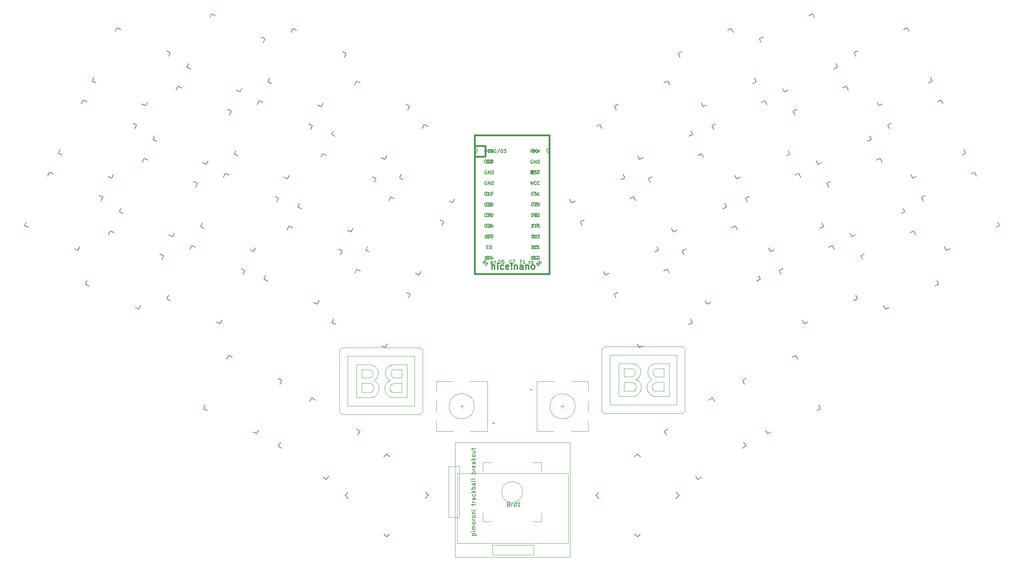
<source format=gbr>
%TF.GenerationSoftware,KiCad,Pcbnew,(5.1.10)-1*%
%TF.CreationDate,2021-09-02T22:31:59-07:00*%
%TF.ProjectId,barobord,6261726f-626f-4726-942e-6b696361645f,rev?*%
%TF.SameCoordinates,Original*%
%TF.FileFunction,Legend,Top*%
%TF.FilePolarity,Positive*%
%FSLAX46Y46*%
G04 Gerber Fmt 4.6, Leading zero omitted, Abs format (unit mm)*
G04 Created by KiCad (PCBNEW (5.1.10)-1) date 2021-09-02 22:31:59*
%MOMM*%
%LPD*%
G01*
G04 APERTURE LIST*
%ADD10C,0.080000*%
%ADD11C,0.381000*%
%ADD12C,0.150000*%
%ADD13C,0.120000*%
%ADD14C,0.300000*%
G04 APERTURE END LIST*
D10*
X167597456Y-104021104D02*
X167766129Y-103929904D01*
X167450832Y-119437127D02*
X167329840Y-119290504D01*
X176583763Y-113670994D02*
X176505663Y-114093094D01*
X169145273Y-117742824D02*
X169145273Y-105836604D01*
X167180874Y-104643904D02*
X167238614Y-104457404D01*
X186567893Y-119558119D02*
X186399293Y-119649345D01*
X187004693Y-118785040D02*
X186984493Y-118935384D01*
X185020293Y-105836604D02*
X185020293Y-117742824D01*
X168102919Y-103852204D02*
X168153081Y-103852204D01*
X186012493Y-103852204D02*
X186062493Y-103852204D01*
X167160893Y-118785040D02*
X167160893Y-118735016D01*
X168153081Y-103852204D02*
X186012493Y-103852204D01*
X167180874Y-118935384D02*
X167160893Y-118785040D01*
X167238614Y-104457404D02*
X167329840Y-104288805D01*
X167597456Y-119558119D02*
X167450832Y-119437127D01*
X186212793Y-119707085D02*
X186062493Y-119727204D01*
X176505663Y-114093094D02*
X176490063Y-114145874D01*
X168153081Y-119727204D02*
X168102919Y-119727204D01*
X167952576Y-103872204D02*
X168102919Y-103852204D01*
X167160893Y-104794204D02*
X167180874Y-104643904D01*
X167160893Y-118735016D02*
X167160893Y-104844404D01*
X186926793Y-119121830D02*
X186835593Y-119290504D01*
X186399293Y-103929904D02*
X186567893Y-104021104D01*
X167766129Y-119649345D02*
X167597456Y-119558119D01*
X186984493Y-118935384D02*
X186926793Y-119121830D01*
X186984493Y-104643904D02*
X187004693Y-104794204D01*
X186062493Y-119727204D02*
X186012493Y-119727204D01*
X167329840Y-119290504D02*
X167238614Y-119121830D01*
X186835593Y-104288805D02*
X186926793Y-104457404D01*
X186062493Y-103852204D02*
X186212793Y-103872204D01*
X186212793Y-103872204D02*
X186399293Y-103929904D01*
X167160893Y-104844404D02*
X167160893Y-104794204D01*
X168102919Y-119727204D02*
X167952576Y-119707085D01*
X186835593Y-119290504D02*
X186714593Y-119437127D01*
X186012493Y-119727204D02*
X168153081Y-119727204D01*
X185020293Y-117742824D02*
X169145273Y-117742824D01*
X187004693Y-104794204D02*
X187004693Y-104844404D01*
X187004693Y-118735016D02*
X187004693Y-118785040D01*
X186714593Y-104142104D02*
X186835593Y-104288805D01*
X186926793Y-104457404D02*
X186984493Y-104643904D01*
X167952576Y-119707085D02*
X167766129Y-119649345D01*
X186714593Y-119437127D02*
X186567893Y-119558119D01*
X187004693Y-104844404D02*
X187004693Y-118735016D01*
X167329840Y-104288805D02*
X167450832Y-104142104D01*
X167766129Y-103929904D02*
X167952576Y-103872204D01*
X186567893Y-104021104D02*
X186714593Y-104142104D01*
X176474363Y-114198504D02*
X176249613Y-114687034D01*
X169145273Y-105836604D02*
X185020293Y-105836604D01*
X167238614Y-119121830D02*
X167180874Y-118935384D01*
X186399293Y-119649345D02*
X186212793Y-119707085D01*
X176490063Y-114145874D02*
X176474363Y-114198504D01*
X167450832Y-104142104D02*
X167597456Y-104021104D01*
X176583763Y-113512814D02*
X176583763Y-113670994D01*
X174728682Y-112429924D02*
X174609193Y-112368084D01*
X174872262Y-112533994D02*
X174728682Y-112429924D01*
X174998343Y-112664484D02*
X174872262Y-112533994D01*
X175082693Y-112780234D02*
X174998343Y-112664484D01*
X175125803Y-110170524D02*
X175153783Y-109969444D01*
X175106793Y-112821294D02*
X175082693Y-112780234D01*
X174903133Y-110627724D02*
X175042303Y-110412354D01*
X175317783Y-113443064D02*
X175265013Y-113164024D01*
X174708253Y-110816814D02*
X174761172Y-110774904D01*
X174761172Y-110774904D02*
X174903133Y-110627724D01*
X175141923Y-112875874D02*
X175106793Y-112821294D01*
X175317783Y-113536234D02*
X175317783Y-113443064D01*
X175042303Y-110412354D02*
X175125803Y-110170524D01*
X174680843Y-110838294D02*
X174708253Y-110816814D01*
X175153783Y-109969444D02*
X175153783Y-109902484D01*
X174547033Y-110925114D02*
X174680843Y-110838294D01*
X174546083Y-112344515D02*
X174447413Y-112317075D01*
X174567573Y-112352354D02*
X174546083Y-112344515D01*
X174609193Y-112368084D02*
X174567573Y-112352354D01*
X175265013Y-113164024D02*
X175141923Y-112875874D01*
X172481103Y-111027774D02*
X173969782Y-111027774D01*
X175153783Y-109815244D02*
X175100193Y-109553704D01*
X174739543Y-115677424D02*
X174346803Y-115716544D01*
X175842403Y-111953675D02*
X176189113Y-112307304D01*
X175422523Y-111540144D02*
X175294363Y-111613884D01*
X176396223Y-109741934D02*
X176396223Y-109843784D01*
X175282653Y-115542664D02*
X175080473Y-115605064D01*
X175083363Y-108015304D02*
X175149793Y-108040604D01*
X174216023Y-107862804D02*
X174328773Y-107862804D01*
X171238513Y-107862804D02*
X174216023Y-107862804D01*
X175860853Y-115177324D02*
X175821873Y-115212464D01*
X176120743Y-110854844D02*
X175776393Y-111265754D01*
X176327333Y-110380784D02*
X176120743Y-110854844D01*
X175364633Y-115509424D02*
X175317783Y-115529004D01*
X174391742Y-110992634D02*
X174417113Y-110984804D01*
X176396223Y-109978014D02*
X176327333Y-110380784D01*
X175776393Y-111265754D02*
X175422523Y-111540144D01*
X176249613Y-114687034D02*
X176220403Y-114731944D01*
X172481103Y-109105404D02*
X172481103Y-111027774D01*
X174366243Y-110998424D02*
X174391742Y-110992634D01*
X174209953Y-111018954D02*
X174366243Y-110998424D01*
X174346803Y-115716544D02*
X174216023Y-115716544D01*
X176243823Y-112387484D02*
X176300453Y-112467564D01*
X174029723Y-111027774D02*
X174209953Y-111018954D01*
X174298043Y-109105404D02*
X172481103Y-109105404D01*
X175775023Y-108437204D02*
X175823813Y-108480204D01*
X176192953Y-114776884D02*
X176038613Y-114986894D01*
X174843053Y-115659924D02*
X174790423Y-115669694D01*
X175100193Y-109553704D02*
X174939783Y-109304704D01*
X175294363Y-111613884D02*
X175397833Y-111662634D01*
X176035723Y-108721304D02*
X176204673Y-108997804D01*
X175821873Y-115212464D02*
X175784653Y-115245694D01*
X175584413Y-115391214D02*
X175364633Y-115509424D01*
X173969782Y-111027774D02*
X174029723Y-111027774D01*
X174672302Y-109155204D02*
X174391603Y-109105404D01*
X175153783Y-109902484D02*
X175153783Y-109815244D01*
X176204673Y-108997804D02*
X176232113Y-109058404D01*
X176583763Y-113361754D02*
X176583763Y-113512814D01*
X176498743Y-112909064D02*
X176583763Y-113361754D01*
X176300453Y-112467564D02*
X176498743Y-112909064D01*
X176259383Y-109118904D02*
X176355163Y-109436404D01*
X176355163Y-109436404D02*
X176396223Y-109741934D01*
X175726093Y-108392304D02*
X175775023Y-108437204D01*
X174790423Y-115669694D02*
X174739543Y-115677424D01*
X175823813Y-108480204D02*
X176035723Y-108721304D01*
X171238513Y-115716544D02*
X171238513Y-107862804D01*
X175080473Y-115605064D02*
X174843053Y-115659924D01*
X176038613Y-114986894D02*
X175860853Y-115177324D01*
X174391603Y-109105404D02*
X174298043Y-109105404D01*
X174328773Y-107862804D02*
X174667193Y-107900904D01*
X176189113Y-112307304D02*
X176243823Y-112387484D01*
X175317783Y-115529004D02*
X175282653Y-115542664D01*
X175397833Y-111662634D02*
X175842403Y-111953675D01*
X175455443Y-108196904D02*
X175726093Y-108392304D01*
X175784653Y-115245694D02*
X175584413Y-115391214D01*
X176220403Y-114731944D02*
X176192953Y-114776884D01*
X174667193Y-107900904D02*
X175016933Y-107989804D01*
X174216023Y-115716544D02*
X171238513Y-115716544D01*
X175016933Y-107989804D02*
X175083363Y-108015304D01*
X176396223Y-109843784D02*
X176396223Y-109978014D01*
X175149793Y-108040604D02*
X175455443Y-108196904D01*
X176232113Y-109058404D02*
X176259383Y-109118904D01*
X174417113Y-110984804D02*
X174547033Y-110925114D01*
X174939783Y-109304704D02*
X174672302Y-109155204D01*
X179544893Y-109304604D02*
X179384493Y-109553704D01*
X179812293Y-109155004D02*
X179544893Y-109304604D01*
X182003593Y-109105304D02*
X180186693Y-109105304D01*
X179937493Y-110925114D02*
X180067493Y-110984804D01*
X180092993Y-109105304D02*
X179812293Y-109155004D01*
X180118293Y-110998424D02*
X180274593Y-111018954D01*
X180186693Y-109105304D02*
X180092993Y-109105304D01*
X182003593Y-111027774D02*
X182003593Y-109105304D01*
X180514893Y-111027774D02*
X182003593Y-111027774D01*
X180454793Y-111027774D02*
X180514893Y-111027774D01*
X180274593Y-111018954D02*
X180454793Y-111027774D01*
X180067493Y-110984804D02*
X180092993Y-110992634D01*
X180092993Y-110992634D02*
X180118293Y-110998424D01*
X179803693Y-110838294D02*
X179937493Y-110925114D01*
X179486193Y-112664344D02*
X179401893Y-112780094D01*
X179875393Y-112368084D02*
X179755893Y-112429924D01*
X175317783Y-113636144D02*
X175317783Y-113536234D01*
X174461593Y-114450564D02*
X174777043Y-114393384D01*
X172481103Y-112293784D02*
X172481103Y-114450564D01*
X179938593Y-112344515D02*
X179917093Y-112352354D01*
X179330993Y-109969444D02*
X179358793Y-110170524D01*
X179330993Y-109902484D02*
X179330993Y-109969444D01*
X179219593Y-113164024D02*
X179166893Y-113443064D01*
X179917093Y-112352354D02*
X179875393Y-112368084D01*
X180259993Y-112296684D02*
X180155393Y-112303414D01*
X180139792Y-112305504D02*
X180114192Y-112305504D01*
X180155393Y-112303414D02*
X180139792Y-112305504D01*
X182003593Y-112293784D02*
X180432893Y-112293784D01*
X179407093Y-114221934D02*
X179707493Y-114393384D01*
X175077442Y-114221934D02*
X175257703Y-113936284D01*
X174777043Y-114393384D02*
X175077442Y-114221934D01*
X179226893Y-113936284D02*
X179407093Y-114221934D01*
X174370503Y-112305504D02*
X174344893Y-112305504D01*
X179401893Y-112780094D02*
X179377893Y-112821154D01*
X172481103Y-114450564D02*
X174356603Y-114450564D01*
X174224702Y-112296684D02*
X174095053Y-112293784D01*
X179612293Y-112533994D02*
X179486193Y-112664344D01*
X179755893Y-112429924D02*
X179612293Y-112533994D01*
X180128093Y-114450564D02*
X182003593Y-114450564D01*
X179342593Y-112875874D02*
X179219593Y-113164024D01*
X174356603Y-114450564D02*
X174461593Y-114450564D01*
X180432893Y-112293784D02*
X180389593Y-112293784D01*
X179166893Y-113636144D02*
X179226893Y-113936284D01*
X179377893Y-112821154D02*
X179342593Y-112875874D01*
X180389593Y-112293784D02*
X180259993Y-112296684D01*
X180037293Y-112317075D02*
X179938593Y-112344515D01*
X174095053Y-112293784D02*
X174051913Y-112293784D01*
X175257703Y-113936284D02*
X175317783Y-113636144D01*
X174447413Y-112317075D02*
X174370503Y-112305504D01*
X180114192Y-112305504D02*
X180037293Y-112317075D01*
X174329163Y-112303414D02*
X174224702Y-112296684D01*
X179166893Y-113536234D02*
X179166893Y-113636144D01*
X179776393Y-110816814D02*
X179803693Y-110838294D01*
X179723393Y-110774904D02*
X179776393Y-110816814D01*
X179581393Y-110627724D02*
X179723393Y-110774904D01*
X174344893Y-112305504D02*
X174329163Y-112303414D01*
X179442293Y-110412354D02*
X179581393Y-110627724D01*
X179707493Y-114393384D02*
X180022993Y-114450564D01*
X179358793Y-110170524D02*
X179442293Y-110412354D01*
X174051913Y-112293784D02*
X172481103Y-112293784D01*
X182003593Y-114450564D02*
X182003593Y-112293784D01*
X180022993Y-114450564D02*
X180128093Y-114450564D01*
X179166893Y-113443064D02*
X179166893Y-113536234D01*
X179401293Y-108015304D02*
X179467693Y-107989804D01*
X178623693Y-115177324D02*
X178445893Y-114986894D01*
X178642293Y-111953675D02*
X179086693Y-111662634D01*
X178264293Y-114731944D02*
X178234893Y-114686894D01*
X177900893Y-113657764D02*
X177900893Y-113512814D01*
X179029093Y-108196904D02*
X179334893Y-108040604D01*
X177978893Y-114093094D02*
X177900893Y-113657764D01*
X178699893Y-115245694D02*
X178662793Y-115212464D01*
X178662793Y-115212464D02*
X178623693Y-115177324D01*
X179166893Y-115529004D02*
X179119893Y-115509424D01*
X179202093Y-115542664D02*
X179166893Y-115529004D01*
X179404193Y-115605064D02*
X179202093Y-115542664D01*
X179745193Y-115677424D02*
X179694393Y-115669694D01*
X179334893Y-108040604D02*
X179401293Y-108015304D01*
X178088493Y-109843924D02*
X178088493Y-109741934D01*
X178088493Y-109978124D02*
X178088493Y-109843924D01*
X178363793Y-110854844D02*
X178157193Y-110380784D01*
X178184093Y-112467564D02*
X178240893Y-112387484D01*
X179384493Y-109553704D02*
X179330993Y-109815244D01*
X180268793Y-107862804D02*
X183246193Y-107862804D01*
X180155892Y-107862804D02*
X180268793Y-107862804D01*
X178709693Y-108437204D02*
X178758493Y-108392304D01*
X178129393Y-109436404D02*
X178225193Y-109118904D01*
X177985793Y-112909064D02*
X178184093Y-112467564D01*
X178234893Y-114686894D02*
X178010193Y-114198504D01*
X178448793Y-108721304D02*
X178660793Y-108480104D01*
X178291593Y-114776884D02*
X178264293Y-114731944D01*
X177900893Y-113512814D02*
X177900893Y-113361754D01*
X178445893Y-114986894D02*
X178291593Y-114776884D01*
X180268793Y-115716544D02*
X180125193Y-115716544D01*
X178088493Y-109741934D02*
X178129393Y-109436404D01*
X179330993Y-109815244D02*
X179330993Y-109902484D01*
X178708193Y-111265754D02*
X178363793Y-110854844D01*
X179694393Y-115669694D02*
X179641593Y-115659924D01*
X179817493Y-107900904D02*
X180155892Y-107862804D01*
X178758493Y-108392304D02*
X179029093Y-108196904D01*
X179641593Y-115659924D02*
X179404193Y-115605064D01*
X177994593Y-114145874D02*
X177978893Y-114093094D01*
X178900093Y-115391214D02*
X178699893Y-115245694D01*
X178010193Y-114198504D02*
X177994593Y-114145874D01*
X179119893Y-115509424D02*
X178900093Y-115391214D01*
X178225193Y-109118904D02*
X178252593Y-109058404D01*
X179086693Y-111662634D02*
X179190293Y-111613884D01*
X179467693Y-107989804D02*
X179817493Y-107900904D01*
X183246193Y-107862804D02*
X183246193Y-115716544D01*
X179061993Y-111540144D02*
X178708193Y-111265754D01*
X177900893Y-113361754D02*
X177985793Y-112909064D01*
X178660793Y-108480104D02*
X178709693Y-108437204D01*
X178279893Y-108997804D02*
X178448793Y-108721304D01*
X178295593Y-112307304D02*
X178642293Y-111953675D01*
X179190293Y-111613884D02*
X179061993Y-111540144D01*
X178240893Y-112387484D02*
X178295593Y-112307304D01*
X180125193Y-115716544D02*
X179745193Y-115677424D01*
X183246193Y-115716544D02*
X180268793Y-115716544D01*
X178157193Y-110380784D02*
X178088493Y-109978124D01*
X178252593Y-109058404D02*
X178279893Y-108997804D01*
X112620533Y-110672254D02*
X112704033Y-110430424D01*
X111788183Y-111278854D02*
X111944473Y-111258324D01*
X112732013Y-110162384D02*
X112732013Y-110075144D01*
X112481363Y-110887624D02*
X112620533Y-110672254D01*
X112339402Y-111034804D02*
X112481363Y-110887624D01*
X113905563Y-110640684D02*
X113698973Y-111114744D01*
X112286483Y-111076714D02*
X112339402Y-111034804D01*
X112125263Y-111185014D02*
X112259073Y-111098194D01*
X112595163Y-108249704D02*
X112661593Y-108275204D01*
X111995343Y-111244704D02*
X112125263Y-111185014D01*
X113698973Y-111114744D02*
X113354623Y-111525654D01*
X111944473Y-111258324D02*
X111969972Y-111252534D01*
X112245423Y-108160804D02*
X112595163Y-108249704D01*
X110059333Y-109365304D02*
X110059333Y-111287674D01*
X113420633Y-112213575D02*
X113767343Y-112567204D01*
X112250532Y-109415104D02*
X111969833Y-109365304D01*
X113822053Y-112647384D02*
X113878683Y-112727464D01*
X113613953Y-108981204D02*
X113782903Y-109257704D01*
X113402043Y-108740104D02*
X113613953Y-108981204D01*
X113767343Y-112567204D02*
X113822053Y-112647384D01*
X111548012Y-111287674D02*
X111607953Y-111287674D01*
X113354623Y-111525654D02*
X113000753Y-111800044D01*
X113837613Y-109378804D02*
X113933393Y-109696304D01*
X108816743Y-108122704D02*
X111794253Y-108122704D01*
X112518013Y-109564604D02*
X112250532Y-109415104D01*
X112661593Y-108275204D02*
X112728023Y-108300504D01*
X114076973Y-113168964D02*
X114161993Y-113621654D01*
X112976063Y-111922534D02*
X113420633Y-112213575D01*
X111876273Y-109365304D02*
X110059333Y-109365304D01*
X113000753Y-111800044D02*
X112872593Y-111873784D01*
X112872593Y-111873784D02*
X112976063Y-111922534D01*
X113810343Y-109318304D02*
X113837613Y-109378804D01*
X112678423Y-109813604D02*
X112518013Y-109564604D01*
X111794253Y-108122704D02*
X111907003Y-108122704D01*
X114161993Y-113621654D02*
X114161993Y-113772714D01*
X113974453Y-110103684D02*
X113974453Y-110237914D01*
X113933393Y-109696304D02*
X113974453Y-110001834D01*
X113304323Y-108652204D02*
X113353253Y-108697104D01*
X111969833Y-109365304D02*
X111876273Y-109365304D01*
X113878683Y-112727464D02*
X114076973Y-113168964D01*
X113353253Y-108697104D02*
X113402043Y-108740104D01*
X113782903Y-109257704D02*
X113810343Y-109318304D01*
X112843243Y-113423924D02*
X112720153Y-113135774D01*
X113033673Y-108456804D02*
X113304323Y-108652204D01*
X111969972Y-111252534D02*
X111995343Y-111244704D01*
X112896013Y-113702964D02*
X112843243Y-113423924D01*
X112896013Y-113796134D02*
X112896013Y-113702964D01*
X112732013Y-110229344D02*
X112732013Y-110162384D01*
X110059333Y-111287674D02*
X111548012Y-111287674D01*
X113974453Y-110237914D02*
X113905563Y-110640684D01*
X113974453Y-110001834D02*
X113974453Y-110103684D01*
X111907003Y-108122704D02*
X112245423Y-108160804D01*
X112704033Y-110430424D02*
X112732013Y-110229344D01*
X111607953Y-111287674D02*
X111788183Y-111278854D01*
X112259073Y-111098194D02*
X112286483Y-111076714D01*
X112732013Y-110075144D02*
X112678423Y-109813604D01*
X112728023Y-108300504D02*
X113033673Y-108456804D01*
X116241023Y-115472364D02*
X116201923Y-115437224D01*
X119581823Y-109365204D02*
X117764923Y-109365204D01*
X117323423Y-115937324D02*
X117272623Y-115929594D01*
X115707623Y-109696304D02*
X115803423Y-109378804D01*
X117847023Y-108122704D02*
X120824423Y-108122704D01*
X117045923Y-108249704D02*
X117395723Y-108160804D01*
X116913123Y-108300504D02*
X116979523Y-108275204D01*
X115564023Y-113168964D02*
X115762323Y-112727464D01*
X115803423Y-109378804D02*
X115830823Y-109318304D01*
X115819123Y-112647384D02*
X115873823Y-112567204D01*
X116287923Y-108697104D02*
X116336723Y-108652204D01*
X115479123Y-113772714D02*
X115479123Y-113621654D01*
X115942023Y-111114744D02*
X115735423Y-110640684D01*
X116278123Y-115505594D02*
X116241023Y-115472364D01*
X116478323Y-115651114D02*
X116278123Y-115505594D01*
X116698123Y-115769324D02*
X116478323Y-115651114D01*
X120824423Y-108122704D02*
X120824423Y-115976444D01*
X120824423Y-115976444D02*
X117847023Y-115976444D01*
X116909223Y-110075144D02*
X116909223Y-110162384D01*
X115479123Y-113621654D02*
X115564023Y-113168964D01*
X117123123Y-109564504D02*
X116962723Y-109813604D01*
X115762323Y-112727464D02*
X115819123Y-112647384D01*
X115858123Y-109257704D02*
X116027023Y-108981204D01*
X116220523Y-112213575D02*
X116664923Y-111922534D01*
X116640223Y-111800044D02*
X116286423Y-111525654D01*
X117395723Y-108160804D02*
X117734122Y-108122704D01*
X115666723Y-110238024D02*
X115666723Y-110103824D01*
X116745123Y-115788904D02*
X116698123Y-115769324D01*
X116982423Y-115864964D02*
X116780323Y-115802564D01*
X117219823Y-115919824D02*
X116982423Y-115864964D01*
X115666723Y-110001834D02*
X115707623Y-109696304D01*
X117272623Y-115929594D02*
X117219823Y-115919824D01*
X116336723Y-108652204D02*
X116607323Y-108456804D01*
X116979523Y-108275204D02*
X117045923Y-108249704D01*
X116286423Y-111525654D02*
X115942023Y-111114744D01*
X116768523Y-111873784D02*
X116640223Y-111800044D01*
X118093123Y-111287674D02*
X119581823Y-111287674D01*
X117696523Y-111258324D02*
X117852823Y-111278854D01*
X116664923Y-111922534D02*
X116768523Y-111873784D01*
X117390523Y-109414904D02*
X117123123Y-109564504D01*
X115873823Y-112567204D02*
X116220523Y-112213575D01*
X117671223Y-109365204D02*
X117390523Y-109414904D01*
X119581823Y-111287674D02*
X119581823Y-109365204D01*
X116780323Y-115802564D02*
X116745123Y-115788904D01*
X116027023Y-108981204D02*
X116239023Y-108740004D01*
X116962723Y-109813604D02*
X116909223Y-110075144D01*
X115830823Y-109318304D02*
X115858123Y-109257704D01*
X115735423Y-110640684D02*
X115666723Y-110238024D01*
X117847023Y-115976444D02*
X117703423Y-115976444D01*
X116607323Y-108456804D02*
X116913123Y-108300504D01*
X116239023Y-108740004D02*
X116287923Y-108697104D01*
X118033023Y-111287674D02*
X118093123Y-111287674D01*
X117734122Y-108122704D02*
X117847023Y-108122704D01*
X115813123Y-114946794D02*
X115588423Y-114458404D01*
X115842523Y-114991844D02*
X115813123Y-114946794D01*
X115666723Y-110103824D02*
X115666723Y-110001834D01*
X117703423Y-115976444D02*
X117323423Y-115937324D01*
X115869823Y-115036784D02*
X115842523Y-114991844D01*
X116024123Y-115246794D02*
X115869823Y-115036784D01*
X117852823Y-111278854D02*
X118033023Y-111287674D01*
X116201923Y-115437224D02*
X116024123Y-115246794D01*
X117764923Y-109365204D02*
X117671223Y-109365204D01*
X116980123Y-113039994D02*
X116956123Y-113081054D01*
X116797823Y-113423924D02*
X116745123Y-113702964D01*
X117354623Y-111076714D02*
X117381923Y-111098194D01*
X116937023Y-110430424D02*
X117020523Y-110672254D01*
X116909223Y-110229344D02*
X116937023Y-110430424D01*
X112896013Y-113896044D02*
X112896013Y-113796134D01*
X112660923Y-113040134D02*
X112576573Y-112924384D01*
X119581823Y-114710464D02*
X119581823Y-112553684D01*
X116956123Y-113081054D02*
X116920823Y-113135774D01*
X117334123Y-112689824D02*
X117190523Y-112793894D01*
X117601223Y-114710464D02*
X117706323Y-114710464D01*
X111923123Y-112565404D02*
X111907393Y-112563314D01*
X110059333Y-114710464D02*
X111934833Y-114710464D01*
X117516823Y-112604415D02*
X117495323Y-112612254D01*
X111934833Y-114710464D02*
X112039823Y-114710464D01*
X117733623Y-112563314D02*
X117718022Y-112565404D01*
X118011123Y-112553684D02*
X117967823Y-112553684D01*
X112685023Y-113081194D02*
X112660923Y-113040134D01*
X110059333Y-112553684D02*
X110059333Y-114710464D01*
X119581823Y-112553684D02*
X118011123Y-112553684D01*
X111948733Y-112565404D02*
X111923123Y-112565404D01*
X117706323Y-114710464D02*
X119581823Y-114710464D01*
X116745123Y-113796134D02*
X116745123Y-113896044D01*
X111630143Y-112553684D02*
X110059333Y-112553684D01*
X117285723Y-114653284D02*
X117601223Y-114710464D01*
X112720153Y-113135774D02*
X112685023Y-113081194D01*
X117064423Y-112924244D02*
X116980123Y-113039994D01*
X111802932Y-112556584D02*
X111673283Y-112553684D01*
X117453623Y-112627984D02*
X117334123Y-112689824D01*
X117495323Y-112612254D02*
X117453623Y-112627984D01*
X117692422Y-112565404D02*
X117615523Y-112576975D01*
X117838223Y-112556584D02*
X117733623Y-112563314D01*
X112835933Y-114196184D02*
X112896013Y-113896044D01*
X111673283Y-112553684D02*
X111630143Y-112553684D01*
X112145803Y-112612254D02*
X112124313Y-112604415D01*
X112039823Y-114710464D02*
X112355273Y-114653284D01*
X111907393Y-112563314D02*
X111802932Y-112556584D01*
X117615523Y-112576975D02*
X117516823Y-112604415D01*
X117718022Y-112565404D02*
X117692422Y-112565404D01*
X112355273Y-114653284D02*
X112655672Y-114481834D01*
X112576573Y-112924384D02*
X112450492Y-112793894D01*
X117671223Y-111252534D02*
X117696523Y-111258324D01*
X116745123Y-113702964D02*
X116745123Y-113796134D01*
X112025643Y-112576975D02*
X111948733Y-112565404D01*
X117645723Y-111244704D02*
X117671223Y-111252534D01*
X117159623Y-110887624D02*
X117301623Y-111034804D01*
X112124313Y-112604415D02*
X112025643Y-112576975D01*
X112187423Y-112627984D02*
X112145803Y-112612254D01*
X117301623Y-111034804D02*
X117354623Y-111076714D01*
X117190523Y-112793894D02*
X117064423Y-112924244D01*
X116985323Y-114481834D02*
X117285723Y-114653284D01*
X116745123Y-113896044D02*
X116805123Y-114196184D01*
X112306912Y-112689824D02*
X112187423Y-112627984D01*
X117515723Y-111185014D02*
X117645723Y-111244704D01*
X117381923Y-111098194D02*
X117515723Y-111185014D01*
X117020523Y-110672254D02*
X117159623Y-110887624D01*
X116909223Y-110162384D02*
X116909223Y-110229344D01*
X116805123Y-114196184D02*
X116985323Y-114481834D01*
X112655672Y-114481834D02*
X112835933Y-114196184D01*
X112450492Y-112793894D02*
X112306912Y-112689824D01*
X116920823Y-113135774D02*
X116797823Y-113423924D01*
X117967823Y-112553684D02*
X117838223Y-112556584D01*
X115588423Y-114458404D02*
X115572823Y-114405774D01*
X115557123Y-114352994D02*
X115479123Y-113917664D01*
X115479123Y-113917664D02*
X115479123Y-113772714D01*
X115572823Y-114405774D02*
X115557123Y-114352994D01*
X123791023Y-119966985D02*
X123640723Y-119987104D01*
X123590723Y-104112104D02*
X123640723Y-104112104D01*
X124562723Y-119195284D02*
X124505023Y-119381730D01*
X124582923Y-105104304D02*
X124582923Y-118994916D01*
X123977523Y-119909245D02*
X123791023Y-119966985D01*
X124413823Y-119550404D02*
X124292823Y-119697027D01*
X124582923Y-105054104D02*
X124582923Y-105104304D01*
X124562723Y-104903804D02*
X124582923Y-105054104D01*
X124505023Y-104717304D02*
X124562723Y-104903804D01*
X124146123Y-119818019D02*
X123977523Y-119909245D01*
X124292823Y-119697027D02*
X124146123Y-119818019D01*
X124582923Y-118994916D02*
X124582923Y-119044940D01*
X123791023Y-104132104D02*
X123977523Y-104189804D01*
X123640723Y-104112104D02*
X123791023Y-104132104D01*
X124292823Y-104402004D02*
X124413823Y-104548705D01*
X123977523Y-104189804D02*
X124146123Y-104281004D01*
X124505023Y-119381730D02*
X124413823Y-119550404D01*
X124146123Y-104281004D02*
X124292823Y-104402004D01*
X124582923Y-119044940D02*
X124562723Y-119195284D01*
X124413823Y-104548705D02*
X124505023Y-104717304D01*
X105681149Y-119987104D02*
X105530806Y-119966985D01*
X105731311Y-119987104D02*
X105681149Y-119987104D01*
X105731311Y-104112104D02*
X123590723Y-104112104D01*
X123590723Y-119987104D02*
X105731311Y-119987104D01*
X123640723Y-119987104D02*
X123590723Y-119987104D01*
X114083893Y-114352994D02*
X114068293Y-114405774D01*
X113616843Y-115246794D02*
X113439083Y-115437224D01*
X105175686Y-104281004D02*
X105344359Y-104189804D01*
X114161993Y-113772714D02*
X114161993Y-113930894D01*
X104759104Y-119195284D02*
X104739123Y-119044940D01*
X105530806Y-119966985D02*
X105344359Y-119909245D01*
X104739123Y-105054104D02*
X104759104Y-104903804D01*
X112317773Y-115937324D02*
X111925033Y-115976444D01*
X112368653Y-115929594D02*
X112317773Y-115937324D01*
X114161993Y-113930894D02*
X114083893Y-114352994D01*
X112421283Y-115919824D02*
X112368653Y-115929594D01*
X112896013Y-115788904D02*
X112860883Y-115802564D01*
X113439083Y-115437224D02*
X113400103Y-115472364D01*
X114068293Y-114405774D02*
X114052593Y-114458404D01*
X122598523Y-118002724D02*
X106723503Y-118002724D01*
X104739123Y-118994916D02*
X104739123Y-105104304D01*
X105029062Y-119697027D02*
X104908070Y-119550404D01*
X105175686Y-119818019D02*
X105029062Y-119697027D01*
X112942863Y-115769324D02*
X112896013Y-115788904D01*
X113798633Y-114991844D02*
X113771183Y-115036784D01*
X106723503Y-118002724D02*
X106723503Y-106096504D01*
X105681149Y-104112104D02*
X105731311Y-104112104D01*
X104759104Y-104903804D02*
X104816844Y-104717304D01*
X105530806Y-104132104D02*
X105681149Y-104112104D01*
X104908070Y-104548705D02*
X105029062Y-104402004D01*
X104739123Y-105104304D02*
X104739123Y-105054104D01*
X104739123Y-119044940D02*
X104739123Y-118994916D01*
X104908070Y-119550404D02*
X104816844Y-119381730D01*
X113162643Y-115651114D02*
X112942863Y-115769324D01*
X105344359Y-104189804D02*
X105530806Y-104132104D01*
X104816844Y-119381730D02*
X104759104Y-119195284D01*
X122598523Y-106096504D02*
X122598523Y-118002724D01*
X105029062Y-104402004D02*
X105175686Y-104281004D01*
X106723503Y-106096504D02*
X122598523Y-106096504D01*
X108816743Y-115976444D02*
X108816743Y-108122704D01*
X111794253Y-115976444D02*
X108816743Y-115976444D01*
X113771183Y-115036784D02*
X113616843Y-115246794D01*
X111925033Y-115976444D02*
X111794253Y-115976444D01*
X112658703Y-115864964D02*
X112421283Y-115919824D01*
X113827843Y-114946934D02*
X113798633Y-114991844D01*
X112860883Y-115802564D02*
X112658703Y-115864964D01*
X113400103Y-115472364D02*
X113362883Y-115505594D01*
X105344359Y-119909245D02*
X105175686Y-119818019D01*
X113362883Y-115505594D02*
X113162643Y-115651114D01*
X104816844Y-104717304D02*
X104908070Y-104548705D01*
X114052593Y-114458404D02*
X113827843Y-114946934D01*
D11*
%TO.C,U2*%
X136962593Y-53520404D02*
X136962593Y-56060404D01*
X154742593Y-53520404D02*
X136962593Y-53520404D01*
X154742593Y-56060404D02*
X154742593Y-53520404D01*
X154742593Y-86540404D02*
X154742593Y-56060404D01*
X136962593Y-86540404D02*
X154742593Y-86540404D01*
X136962593Y-56060404D02*
X136962593Y-86540404D01*
%TO.C,U1*%
X139502593Y-56060404D02*
X136962593Y-56060404D01*
X136962593Y-53520404D02*
X136962593Y-56060404D01*
X154742593Y-53520404D02*
X136962593Y-53520404D01*
X154742593Y-56060404D02*
X154742593Y-53520404D01*
D12*
G36*
X150784161Y-62539764D02*
G01*
X150784161Y-62739764D01*
X150684161Y-62739764D01*
X150684161Y-62539764D01*
X150784161Y-62539764D01*
G37*
X150784161Y-62539764D02*
X150784161Y-62739764D01*
X150684161Y-62739764D01*
X150684161Y-62539764D01*
X150784161Y-62539764D01*
G36*
X150384161Y-61939764D02*
G01*
X150384161Y-62739764D01*
X150284161Y-62739764D01*
X150284161Y-61939764D01*
X150384161Y-61939764D01*
G37*
X150384161Y-61939764D02*
X150384161Y-62739764D01*
X150284161Y-62739764D01*
X150284161Y-61939764D01*
X150384161Y-61939764D01*
G36*
X150784161Y-61939764D02*
G01*
X150784161Y-62039764D01*
X150284161Y-62039764D01*
X150284161Y-61939764D01*
X150784161Y-61939764D01*
G37*
X150784161Y-61939764D02*
X150784161Y-62039764D01*
X150284161Y-62039764D01*
X150284161Y-61939764D01*
X150784161Y-61939764D01*
G36*
X150584161Y-62339764D02*
G01*
X150584161Y-62439764D01*
X150484161Y-62439764D01*
X150484161Y-62339764D01*
X150584161Y-62339764D01*
G37*
X150584161Y-62339764D02*
X150584161Y-62439764D01*
X150484161Y-62439764D01*
X150484161Y-62339764D01*
X150584161Y-62339764D01*
G36*
X150784161Y-61939764D02*
G01*
X150784161Y-62239764D01*
X150684161Y-62239764D01*
X150684161Y-61939764D01*
X150784161Y-61939764D01*
G37*
X150784161Y-61939764D02*
X150784161Y-62239764D01*
X150684161Y-62239764D01*
X150684161Y-61939764D01*
X150784161Y-61939764D01*
D11*
X139502593Y-58600404D02*
X136962593Y-58600404D01*
X139502593Y-56060404D02*
X139502593Y-58600404D01*
X154742593Y-86540404D02*
X154742593Y-56060404D01*
X136962593Y-86540404D02*
X154742593Y-86540404D01*
X136962593Y-56060404D02*
X136962593Y-86540404D01*
D13*
%TO.C,SW43*%
X157352593Y-118058404D02*
X158352593Y-118058404D01*
X157852593Y-117558404D02*
X157852593Y-118558404D01*
X163952593Y-121558404D02*
X163952593Y-123958404D01*
X163952593Y-116758404D02*
X163952593Y-119358404D01*
X163952593Y-112158404D02*
X163952593Y-114558404D01*
X150652593Y-113958404D02*
X150352593Y-114258404D01*
X150052593Y-113958404D02*
X150652593Y-113958404D01*
X150352593Y-114258404D02*
X150052593Y-113958404D01*
X151752593Y-112158404D02*
X151752593Y-123958404D01*
X155852593Y-112158404D02*
X151752593Y-112158404D01*
X155852593Y-123958404D02*
X151752593Y-123958404D01*
X163952593Y-123958404D02*
X159852593Y-123958404D01*
X159852593Y-112158404D02*
X163952593Y-112158404D01*
X160852593Y-118058404D02*
G75*
G03*
X160852593Y-118058404I-3000000J0D01*
G01*
%TO.C,SW42*%
X134352593Y-118058404D02*
X133352593Y-118058404D01*
X133852593Y-118558404D02*
X133852593Y-117558404D01*
X127752593Y-114558404D02*
X127752593Y-112158404D01*
X127752593Y-119358404D02*
X127752593Y-116758404D01*
X127752593Y-123958404D02*
X127752593Y-121558404D01*
X141052593Y-122158404D02*
X141352593Y-121858404D01*
X141652593Y-122158404D02*
X141052593Y-122158404D01*
X141352593Y-121858404D02*
X141652593Y-122158404D01*
X139952593Y-123958404D02*
X139952593Y-112158404D01*
X135852593Y-123958404D02*
X139952593Y-123958404D01*
X135852593Y-112158404D02*
X139952593Y-112158404D01*
X127752593Y-112158404D02*
X131852593Y-112158404D01*
X131852593Y-123958404D02*
X127752593Y-123958404D01*
X136852593Y-118058404D02*
G75*
G03*
X136852593Y-118058404I-3000000J0D01*
G01*
%TO.C,Brd1*%
X132790593Y-150675404D02*
X133044593Y-150663404D01*
X132790593Y-134038404D02*
X132790593Y-150675404D01*
X136130593Y-134063404D02*
X132790593Y-134038404D01*
X136130593Y-150663404D02*
X133044593Y-150663404D01*
X150951593Y-153469404D02*
X150951593Y-151056404D01*
X141172593Y-151056404D02*
X150951593Y-151056404D01*
X141172593Y-153469404D02*
X141172593Y-151056404D01*
X150951593Y-153469404D02*
X141172593Y-153469404D01*
X159230593Y-150663404D02*
X136130593Y-150663404D01*
X159230593Y-134063404D02*
X159230593Y-150663404D01*
X136130593Y-134063404D02*
X159230593Y-134063404D01*
X159652593Y-126658404D02*
X159652593Y-153958404D01*
X132252593Y-126658404D02*
X159652593Y-126658404D01*
X132252593Y-153958404D02*
X132252593Y-126658404D01*
X159652593Y-153958404D02*
X132252593Y-153958404D01*
%TO.C,J1*%
X152852593Y-131458404D02*
X150852593Y-131458404D01*
X152852593Y-131458404D02*
X152852593Y-133458404D01*
X138852593Y-145458404D02*
X138852593Y-143458404D01*
X148352593Y-138458404D02*
G75*
G03*
X148352593Y-138458404I-2500000J0D01*
G01*
X152852593Y-145458404D02*
X150852593Y-145458404D01*
X138852593Y-131458404D02*
X140852593Y-131458404D01*
X138852593Y-131458404D02*
X138852593Y-133458404D01*
X152852593Y-145458404D02*
X152852593Y-143458404D01*
X138852593Y-133458404D02*
X138852593Y-131458404D01*
X152852593Y-133458404D02*
X152852593Y-131458404D01*
X138852593Y-145458404D02*
X139852593Y-145458404D01*
X139852593Y-145458404D02*
X140852593Y-145458404D01*
X140852593Y-145458404D02*
X138852593Y-145458404D01*
X133252593Y-144458404D02*
X130752593Y-144458404D01*
X133252593Y-132558404D02*
X133252593Y-144458404D01*
X130752593Y-144458404D02*
X130752593Y-132358404D01*
X133252593Y-132358404D02*
X133252593Y-132558404D01*
X130752593Y-132358404D02*
X133252593Y-132358404D01*
D12*
%TO.C,SW24*%
X86806323Y-87831623D02*
X87228941Y-86925315D01*
X93629286Y-75565932D02*
X92722978Y-75143314D01*
X86806323Y-87831623D02*
X87712630Y-88254241D01*
X92300360Y-76049621D02*
X92722978Y-75143314D01*
X105411287Y-81059969D02*
X104988669Y-81966277D01*
X98588324Y-93325660D02*
X99494632Y-93748278D01*
X105411287Y-81059969D02*
X104504980Y-80637351D01*
X99917250Y-92841971D02*
X99494632Y-93748278D01*
%TO.C,SW4*%
X102865817Y-53391928D02*
X103288435Y-52485620D01*
X109688780Y-41126237D02*
X108782472Y-40703619D01*
X102865817Y-53391928D02*
X103772124Y-53814546D01*
X108359854Y-41609926D02*
X108782472Y-40703619D01*
X121470781Y-46620274D02*
X121048163Y-47526582D01*
X114647818Y-58885965D02*
X115554126Y-59308583D01*
X121470781Y-46620274D02*
X120564474Y-46197656D01*
X115976744Y-58402276D02*
X115554126Y-59308583D01*
%TO.C,SW14*%
X94836070Y-70611775D02*
X95258688Y-69705467D01*
X101659033Y-58346084D02*
X100752725Y-57923466D01*
X94836070Y-70611775D02*
X95742377Y-71034393D01*
X100330107Y-58829773D02*
X100752725Y-57923466D01*
X113441034Y-63840121D02*
X113018416Y-64746429D01*
X106618071Y-76105812D02*
X107524379Y-76528430D01*
X113441034Y-63840121D02*
X112534727Y-63417503D01*
X107946997Y-75622123D02*
X107524379Y-76528430D01*
%TO.C,SW34*%
X90177219Y-127479288D02*
X90750795Y-126660136D01*
X99026441Y-116584736D02*
X98207289Y-116011160D01*
X90177219Y-127479288D02*
X90996371Y-128052865D01*
X97633712Y-116830312D02*
X98207289Y-116011160D01*
X109675417Y-124041230D02*
X109101841Y-124860382D01*
X100826195Y-134935782D02*
X101645347Y-135509358D01*
X109675417Y-124041230D02*
X108856265Y-123467653D01*
X102218924Y-134690206D02*
X101645347Y-135509358D01*
%TO.C,SW7*%
X176145874Y-59308583D02*
X175723256Y-58402276D01*
X171135526Y-46197656D02*
X170229219Y-46620274D01*
X176145874Y-59308583D02*
X177052182Y-58885965D01*
X170651837Y-47526582D02*
X170229219Y-46620274D01*
X182917528Y-40703619D02*
X183340146Y-41609926D01*
X187927876Y-53814546D02*
X188834183Y-53391928D01*
X182917528Y-40703619D02*
X182011220Y-41126237D01*
X188411565Y-52485620D02*
X188834183Y-53391928D01*
%TO.C,SW40*%
X234674809Y-94908631D02*
X234252191Y-94002324D01*
X229664461Y-81797704D02*
X228758154Y-82220322D01*
X234674809Y-94908631D02*
X235581117Y-94486013D01*
X229180772Y-83126630D02*
X228758154Y-82220322D01*
X241446463Y-76303667D02*
X241869081Y-77209974D01*
X246456811Y-89414594D02*
X247363118Y-88991976D01*
X241446463Y-76303667D02*
X240540155Y-76726285D01*
X246940500Y-88085668D02*
X247363118Y-88991976D01*
%TO.C,SW39*%
X215341871Y-98406839D02*
X214919253Y-97500532D01*
X210331523Y-85295912D02*
X209425216Y-85718530D01*
X215341871Y-98406839D02*
X216248179Y-97984221D01*
X209847834Y-86624838D02*
X209425216Y-85718530D01*
X222113525Y-79801875D02*
X222536143Y-80708182D01*
X227123873Y-92912802D02*
X228030180Y-92490184D01*
X222113525Y-79801875D02*
X221207217Y-80224493D01*
X227607562Y-91583876D02*
X228030180Y-92490184D01*
%TO.C,SW38*%
X206574388Y-124562742D02*
X206151770Y-123656435D01*
X201564040Y-111451815D02*
X200657733Y-111874433D01*
X206574388Y-124562742D02*
X207480696Y-124140124D01*
X201080351Y-112780741D02*
X200657733Y-111874433D01*
X213346042Y-105957778D02*
X213768660Y-106864085D01*
X218356390Y-119068705D02*
X219262697Y-118646087D01*
X213346042Y-105957778D02*
X212439734Y-106380396D01*
X218840079Y-117739779D02*
X219262697Y-118646087D01*
%TO.C,SW37*%
X190054653Y-135509358D02*
X189481076Y-134690206D01*
X182843735Y-123467653D02*
X182024583Y-124041230D01*
X190054653Y-135509358D02*
X190873805Y-134935782D01*
X182598159Y-124860382D02*
X182024583Y-124041230D01*
X193492711Y-116011160D02*
X194066288Y-116830312D01*
X200703629Y-128052865D02*
X201522781Y-127479288D01*
X193492711Y-116011160D02*
X192673559Y-116584736D01*
X200949205Y-126660136D02*
X201522781Y-127479288D01*
%TO.C,SW36*%
X175686750Y-149158294D02*
X174979643Y-148451187D01*
X166494362Y-138551692D02*
X165787255Y-139258799D01*
X175686750Y-149158294D02*
X176393857Y-148451187D01*
X166494362Y-139965906D02*
X165787255Y-139258799D01*
X175686750Y-129359304D02*
X176393857Y-130066411D01*
X184879138Y-139965906D02*
X185586245Y-139258799D01*
X175686750Y-129359304D02*
X174979643Y-130066411D01*
X184879138Y-138551692D02*
X185586245Y-139258799D01*
%TO.C,SW35*%
X106113755Y-139258799D02*
X106820862Y-138551692D01*
X116720357Y-130066411D02*
X116013250Y-129359304D01*
X106113755Y-139258799D02*
X106820862Y-139965906D01*
X115306143Y-130066411D02*
X116013250Y-129359304D01*
X125912745Y-139258799D02*
X125205638Y-139965906D01*
X115306143Y-148451187D02*
X116013250Y-149158294D01*
X125912745Y-139258799D02*
X125205638Y-138551692D01*
X116720357Y-148451187D02*
X116013250Y-149158294D01*
%TO.C,SW33*%
X72437303Y-118646087D02*
X72859921Y-117739779D01*
X79260266Y-106380396D02*
X78353958Y-105957778D01*
X72437303Y-118646087D02*
X73343610Y-119068705D01*
X77931340Y-106864085D02*
X78353958Y-105957778D01*
X91042267Y-111874433D02*
X90619649Y-112780741D01*
X84219304Y-124140124D02*
X85125612Y-124562742D01*
X91042267Y-111874433D02*
X90135960Y-111451815D01*
X85548230Y-123656435D02*
X85125612Y-124562742D01*
%TO.C,SW32*%
X63669820Y-92490184D02*
X64092438Y-91583876D01*
X70492783Y-80224493D02*
X69586475Y-79801875D01*
X63669820Y-92490184D02*
X64576127Y-92912802D01*
X69163857Y-80708182D02*
X69586475Y-79801875D01*
X82274784Y-85718530D02*
X81852166Y-86624838D01*
X75451821Y-97984221D02*
X76358129Y-98406839D01*
X82274784Y-85718530D02*
X81368477Y-85295912D01*
X76780747Y-97500532D02*
X76358129Y-98406839D01*
%TO.C,SW31*%
X44336882Y-88991976D02*
X44759500Y-88085668D01*
X51159845Y-76726285D02*
X50253537Y-76303667D01*
X44336882Y-88991976D02*
X45243189Y-89414594D01*
X49830919Y-77209974D02*
X50253537Y-76303667D01*
X62941846Y-82220322D02*
X62519228Y-83126630D01*
X56118883Y-94486013D02*
X57025191Y-94908631D01*
X62941846Y-82220322D02*
X62035539Y-81797704D01*
X57447809Y-94002324D02*
X57025191Y-94908631D01*
%TO.C,SW30*%
X249147637Y-80987884D02*
X248725019Y-80081577D01*
X244137289Y-67876957D02*
X243230982Y-68299575D01*
X249147637Y-80987884D02*
X250053945Y-80565266D01*
X243653600Y-69205883D02*
X243230982Y-68299575D01*
X255919291Y-62382920D02*
X256341909Y-63289227D01*
X260929639Y-75493847D02*
X261835946Y-75071229D01*
X255919291Y-62382920D02*
X255012983Y-62805538D01*
X261413328Y-74164921D02*
X261835946Y-75071229D01*
%TO.C,SW29*%
X226645062Y-77688784D02*
X226222444Y-76782477D01*
X221634714Y-64577857D02*
X220728407Y-65000475D01*
X226645062Y-77688784D02*
X227551370Y-77266166D01*
X221151025Y-65906783D02*
X220728407Y-65000475D01*
X233416716Y-59083820D02*
X233839334Y-59990127D01*
X238427064Y-72194747D02*
X239333371Y-71772129D01*
X233416716Y-59083820D02*
X232510408Y-59506438D01*
X238910753Y-70865821D02*
X239333371Y-71772129D01*
%TO.C,SW28*%
X207312124Y-81186992D02*
X206889506Y-80280685D01*
X202301776Y-68076065D02*
X201395469Y-68498683D01*
X207312124Y-81186992D02*
X208218432Y-80764374D01*
X201818087Y-69404991D02*
X201395469Y-68498683D01*
X214083778Y-62582028D02*
X214506396Y-63488335D01*
X219094126Y-75692955D02*
X220000433Y-75270337D01*
X214083778Y-62582028D02*
X213177470Y-63004646D01*
X219577815Y-74364029D02*
X220000433Y-75270337D01*
%TO.C,SW27*%
X192205368Y-93748278D02*
X191782750Y-92841971D01*
X187195020Y-80637351D02*
X186288713Y-81059969D01*
X192205368Y-93748278D02*
X193111676Y-93325660D01*
X186711331Y-81966277D02*
X186288713Y-81059969D01*
X198977022Y-75143314D02*
X199399640Y-76049621D01*
X203987370Y-88254241D02*
X204893677Y-87831623D01*
X198977022Y-75143314D02*
X198070714Y-75565932D01*
X204471059Y-86925315D02*
X204893677Y-87831623D01*
%TO.C,SW26*%
X176042066Y-104043794D02*
X175619448Y-103137487D01*
X171031718Y-90932867D02*
X170125411Y-91355485D01*
X176042066Y-104043794D02*
X176948374Y-103621176D01*
X170548029Y-92261793D02*
X170125411Y-91355485D01*
X182813720Y-85438830D02*
X183236338Y-86345137D01*
X187824068Y-98549757D02*
X188730375Y-98127139D01*
X182813720Y-85438830D02*
X181907412Y-85861448D01*
X188307757Y-97220831D02*
X188730375Y-98127139D01*
%TO.C,SW25*%
X102969625Y-98127139D02*
X103392243Y-97220831D01*
X109792588Y-85861448D02*
X108886280Y-85438830D01*
X102969625Y-98127139D02*
X103875932Y-98549757D01*
X108463662Y-86345137D02*
X108886280Y-85438830D01*
X121574589Y-91355485D02*
X121151971Y-92261793D01*
X114751626Y-103621176D02*
X115657934Y-104043794D01*
X121574589Y-91355485D02*
X120668282Y-90932867D01*
X116080552Y-103137487D02*
X115657934Y-104043794D01*
%TO.C,SW23*%
X71699567Y-75270337D02*
X72122185Y-74364029D01*
X78522530Y-63004646D02*
X77616222Y-62582028D01*
X71699567Y-75270337D02*
X72605874Y-75692955D01*
X77193604Y-63488335D02*
X77616222Y-62582028D01*
X90304531Y-68498683D02*
X89881913Y-69404991D01*
X83481568Y-80764374D02*
X84387876Y-81186992D01*
X90304531Y-68498683D02*
X89398224Y-68076065D01*
X84810494Y-80280685D02*
X84387876Y-81186992D01*
%TO.C,SW22*%
X52366629Y-71772129D02*
X52789247Y-70865821D01*
X59189592Y-59506438D02*
X58283284Y-59083820D01*
X52366629Y-71772129D02*
X53272936Y-72194747D01*
X57860666Y-59990127D02*
X58283284Y-59083820D01*
X70971593Y-65000475D02*
X70548975Y-65906783D01*
X64148630Y-77266166D02*
X65054938Y-77688784D01*
X70971593Y-65000475D02*
X70065286Y-64577857D01*
X65477556Y-76782477D02*
X65054938Y-77688784D01*
%TO.C,SW21*%
X29864054Y-75071229D02*
X30286672Y-74164921D01*
X36687017Y-62805538D02*
X35780709Y-62382920D01*
X29864054Y-75071229D02*
X30770361Y-75493847D01*
X35358091Y-63289227D02*
X35780709Y-62382920D01*
X48469018Y-68299575D02*
X48046400Y-69205883D01*
X41646055Y-80565266D02*
X42552363Y-80987884D01*
X48469018Y-68299575D02*
X47562711Y-67876957D01*
X42974981Y-80081577D02*
X42552363Y-80987884D01*
%TO.C,SW20*%
X241117890Y-63768037D02*
X240695272Y-62861730D01*
X236107542Y-50657110D02*
X235201235Y-51079728D01*
X241117890Y-63768037D02*
X242024198Y-63345419D01*
X235623853Y-51986036D02*
X235201235Y-51079728D01*
X247889544Y-45163073D02*
X248312162Y-46069380D01*
X252899892Y-58274000D02*
X253806199Y-57851382D01*
X247889544Y-45163073D02*
X246983236Y-45585691D01*
X253383581Y-56945074D02*
X253806199Y-57851382D01*
%TO.C,SW19*%
X218615315Y-60468937D02*
X218192697Y-59562630D01*
X213604967Y-47358010D02*
X212698660Y-47780628D01*
X218615315Y-60468937D02*
X219521623Y-60046319D01*
X213121278Y-48686936D02*
X212698660Y-47780628D01*
X225386969Y-41863973D02*
X225809587Y-42770280D01*
X230397317Y-54974900D02*
X231303624Y-54552282D01*
X225386969Y-41863973D02*
X224480661Y-42286591D01*
X230881006Y-53645974D02*
X231303624Y-54552282D01*
%TO.C,SW18*%
X199282377Y-63967145D02*
X198859759Y-63060838D01*
X194272029Y-50856218D02*
X193365722Y-51278836D01*
X199282377Y-63967145D02*
X200188685Y-63544527D01*
X193788340Y-52185144D02*
X193365722Y-51278836D01*
X206054031Y-45362181D02*
X206476649Y-46268488D01*
X211064379Y-58473108D02*
X211970686Y-58050490D01*
X206054031Y-45362181D02*
X205147723Y-45784799D01*
X211548068Y-57144182D02*
X211970686Y-58050490D01*
%TO.C,SW17*%
X184175621Y-76528430D02*
X183753003Y-75622123D01*
X179165273Y-63417503D02*
X178258966Y-63840121D01*
X184175621Y-76528430D02*
X185081929Y-76105812D01*
X178681584Y-64746429D02*
X178258966Y-63840121D01*
X190947275Y-57923466D02*
X191369893Y-58829773D01*
X195957623Y-71034393D02*
X196863930Y-70611775D01*
X190947275Y-57923466D02*
X190040967Y-58346084D01*
X196441312Y-69705467D02*
X196863930Y-70611775D01*
%TO.C,SW16*%
X168012320Y-86823947D02*
X167589702Y-85917640D01*
X163001972Y-73713020D02*
X162095665Y-74135638D01*
X168012320Y-86823947D02*
X168918628Y-86401329D01*
X162518283Y-75041946D02*
X162095665Y-74135638D01*
X174783974Y-68218983D02*
X175206592Y-69125290D01*
X179794322Y-81329910D02*
X180700629Y-80907292D01*
X174783974Y-68218983D02*
X173877666Y-68641601D01*
X180278011Y-80000984D02*
X180700629Y-80907292D01*
%TO.C,SW15*%
X110999371Y-80907292D02*
X111421989Y-80000984D01*
X117822334Y-68641601D02*
X116916026Y-68218983D01*
X110999371Y-80907292D02*
X111905678Y-81329910D01*
X116493408Y-69125290D02*
X116916026Y-68218983D01*
X129604335Y-74135638D02*
X129181717Y-75041946D01*
X122781372Y-86401329D02*
X123687680Y-86823947D01*
X129604335Y-74135638D02*
X128698028Y-73713020D01*
X124110298Y-85917640D02*
X123687680Y-86823947D01*
%TO.C,SW13*%
X79729314Y-58050490D02*
X80151932Y-57144182D01*
X86552277Y-45784799D02*
X85645969Y-45362181D01*
X79729314Y-58050490D02*
X80635621Y-58473108D01*
X85223351Y-46268488D02*
X85645969Y-45362181D01*
X98334278Y-51278836D02*
X97911660Y-52185144D01*
X91511315Y-63544527D02*
X92417623Y-63967145D01*
X98334278Y-51278836D02*
X97427971Y-50856218D01*
X92840241Y-63060838D02*
X92417623Y-63967145D01*
%TO.C,SW12*%
X60396376Y-54552282D02*
X60818994Y-53645974D01*
X67219339Y-42286591D02*
X66313031Y-41863973D01*
X60396376Y-54552282D02*
X61302683Y-54974900D01*
X65890413Y-42770280D02*
X66313031Y-41863973D01*
X79001340Y-47780628D02*
X78578722Y-48686936D01*
X72178377Y-60046319D02*
X73084685Y-60468937D01*
X79001340Y-47780628D02*
X78095033Y-47358010D01*
X73507303Y-59562630D02*
X73084685Y-60468937D01*
%TO.C,SW11*%
X37893801Y-57851382D02*
X38316419Y-56945074D01*
X44716764Y-45585691D02*
X43810456Y-45163073D01*
X37893801Y-57851382D02*
X38800108Y-58274000D01*
X43387838Y-46069380D02*
X43810456Y-45163073D01*
X56498765Y-51079728D02*
X56076147Y-51986036D01*
X49675802Y-63345419D02*
X50582110Y-63768037D01*
X56498765Y-51079728D02*
X55592458Y-50657110D01*
X51004728Y-62861730D02*
X50582110Y-63768037D01*
%TO.C,SW10*%
X233088143Y-46548190D02*
X232665525Y-45641883D01*
X228077795Y-33437263D02*
X227171488Y-33859881D01*
X233088143Y-46548190D02*
X233994451Y-46125572D01*
X227594106Y-34766189D02*
X227171488Y-33859881D01*
X239859797Y-27943226D02*
X240282415Y-28849533D01*
X244870145Y-41054153D02*
X245776452Y-40631535D01*
X239859797Y-27943226D02*
X238953489Y-28365844D01*
X245353834Y-39725227D02*
X245776452Y-40631535D01*
%TO.C,SW9*%
X210585568Y-43249090D02*
X210162950Y-42342783D01*
X205575220Y-30138163D02*
X204668913Y-30560781D01*
X210585568Y-43249090D02*
X211491876Y-42826472D01*
X205091531Y-31467089D02*
X204668913Y-30560781D01*
X217357222Y-24644126D02*
X217779840Y-25550433D01*
X222367570Y-37755053D02*
X223273877Y-37332435D01*
X217357222Y-24644126D02*
X216450914Y-25066744D01*
X222851259Y-36426127D02*
X223273877Y-37332435D01*
%TO.C,SW8*%
X191252630Y-46747298D02*
X190830012Y-45840991D01*
X186242282Y-33636371D02*
X185335975Y-34058989D01*
X191252630Y-46747298D02*
X192158938Y-46324680D01*
X185758593Y-34965297D02*
X185335975Y-34058989D01*
X198024284Y-28142334D02*
X198446902Y-29048641D01*
X203034632Y-41253261D02*
X203940939Y-40830643D01*
X198024284Y-28142334D02*
X197117976Y-28564952D01*
X203518321Y-39924335D02*
X203940939Y-40830643D01*
%TO.C,SW6*%
X159982573Y-69604100D02*
X159559955Y-68697793D01*
X154972225Y-56493173D02*
X154065918Y-56915791D01*
X159982573Y-69604100D02*
X160888881Y-69181482D01*
X154488536Y-57822099D02*
X154065918Y-56915791D01*
X166754227Y-50999136D02*
X167176845Y-51905443D01*
X171764575Y-64110063D02*
X172670882Y-63687445D01*
X166754227Y-50999136D02*
X165847919Y-51421754D01*
X172248264Y-62781137D02*
X172670882Y-63687445D01*
%TO.C,SW5*%
X119029118Y-63687445D02*
X119451736Y-62781137D01*
X125852081Y-51421754D02*
X124945773Y-50999136D01*
X119029118Y-63687445D02*
X119935425Y-64110063D01*
X124523155Y-51905443D02*
X124945773Y-50999136D01*
X137634082Y-56915791D02*
X137211464Y-57822099D01*
X130811119Y-69181482D02*
X131717427Y-69604100D01*
X137634082Y-56915791D02*
X136727775Y-56493173D01*
X132140045Y-68697793D02*
X131717427Y-69604100D01*
%TO.C,SW3*%
X87759061Y-40830643D02*
X88181679Y-39924335D01*
X94582024Y-28564952D02*
X93675716Y-28142334D01*
X87759061Y-40830643D02*
X88665368Y-41253261D01*
X93253098Y-29048641D02*
X93675716Y-28142334D01*
X106364025Y-34058989D02*
X105941407Y-34965297D01*
X99541062Y-46324680D02*
X100447370Y-46747298D01*
X106364025Y-34058989D02*
X105457718Y-33636371D01*
X100869988Y-45840991D02*
X100447370Y-46747298D01*
%TO.C,SW2*%
X68426123Y-37332435D02*
X68848741Y-36426127D01*
X75249086Y-25066744D02*
X74342778Y-24644126D01*
X68426123Y-37332435D02*
X69332430Y-37755053D01*
X73920160Y-25550433D02*
X74342778Y-24644126D01*
X87031087Y-30560781D02*
X86608469Y-31467089D01*
X80208124Y-42826472D02*
X81114432Y-43249090D01*
X87031087Y-30560781D02*
X86124780Y-30138163D01*
X81537050Y-42342783D02*
X81114432Y-43249090D01*
%TO.C,SW1*%
X45923548Y-40631535D02*
X46346166Y-39725227D01*
X52746511Y-28365844D02*
X51840203Y-27943226D01*
X45923548Y-40631535D02*
X46829855Y-41054153D01*
X51417585Y-28849533D02*
X51840203Y-27943226D01*
X64528512Y-33859881D02*
X64105894Y-34766189D01*
X57705549Y-46125572D02*
X58611857Y-46548190D01*
X64528512Y-33859881D02*
X63622205Y-33437263D01*
X59034475Y-45641883D02*
X58611857Y-46548190D01*
%TO.C,U2*%
D14*
X141070878Y-84440975D02*
X141070878Y-85440975D01*
X141070878Y-84583832D02*
X141142307Y-84512404D01*
X141285164Y-84440975D01*
X141499450Y-84440975D01*
X141642307Y-84512404D01*
X141713735Y-84655261D01*
X141713735Y-85440975D01*
X142428021Y-85440975D02*
X142428021Y-84440975D01*
X142428021Y-83940975D02*
X142356593Y-84012404D01*
X142428021Y-84083832D01*
X142499450Y-84012404D01*
X142428021Y-83940975D01*
X142428021Y-84083832D01*
X143785164Y-85369546D02*
X143642307Y-85440975D01*
X143356593Y-85440975D01*
X143213735Y-85369546D01*
X143142307Y-85298118D01*
X143070878Y-85155261D01*
X143070878Y-84726689D01*
X143142307Y-84583832D01*
X143213735Y-84512404D01*
X143356593Y-84440975D01*
X143642307Y-84440975D01*
X143785164Y-84512404D01*
X144999450Y-85369546D02*
X144856593Y-85440975D01*
X144570878Y-85440975D01*
X144428021Y-85369546D01*
X144356593Y-85226689D01*
X144356593Y-84655261D01*
X144428021Y-84512404D01*
X144570878Y-84440975D01*
X144856593Y-84440975D01*
X144999450Y-84512404D01*
X145070878Y-84655261D01*
X145070878Y-84798118D01*
X144356593Y-84940975D01*
X145713735Y-85298118D02*
X145785164Y-85369546D01*
X145713735Y-85440975D01*
X145642307Y-85369546D01*
X145713735Y-85298118D01*
X145713735Y-85440975D01*
X145713735Y-84869546D02*
X145642307Y-84012404D01*
X145713735Y-83940975D01*
X145785164Y-84012404D01*
X145713735Y-84869546D01*
X145713735Y-83940975D01*
X146428021Y-84440975D02*
X146428021Y-85440975D01*
X146428021Y-84583832D02*
X146499450Y-84512404D01*
X146642307Y-84440975D01*
X146856593Y-84440975D01*
X146999450Y-84512404D01*
X147070878Y-84655261D01*
X147070878Y-85440975D01*
X148428021Y-85440975D02*
X148428021Y-84655261D01*
X148356593Y-84512404D01*
X148213735Y-84440975D01*
X147928021Y-84440975D01*
X147785164Y-84512404D01*
X148428021Y-85369546D02*
X148285164Y-85440975D01*
X147928021Y-85440975D01*
X147785164Y-85369546D01*
X147713735Y-85226689D01*
X147713735Y-85083832D01*
X147785164Y-84940975D01*
X147928021Y-84869546D01*
X148285164Y-84869546D01*
X148428021Y-84798118D01*
X149142307Y-84440975D02*
X149142307Y-85440975D01*
X149142307Y-84583832D02*
X149213735Y-84512404D01*
X149356593Y-84440975D01*
X149570878Y-84440975D01*
X149713735Y-84512404D01*
X149785164Y-84655261D01*
X149785164Y-85440975D01*
X150713735Y-85440975D02*
X150570878Y-85369546D01*
X150499450Y-85298118D01*
X150428021Y-85155261D01*
X150428021Y-84726689D01*
X150499450Y-84583832D01*
X150570878Y-84512404D01*
X150713735Y-84440975D01*
X150928021Y-84440975D01*
X151070878Y-84512404D01*
X151142307Y-84583832D01*
X151213735Y-84726689D01*
X151213735Y-85155261D01*
X151142307Y-85298118D01*
X151070878Y-85369546D01*
X150928021Y-85440975D01*
X150713735Y-85440975D01*
D12*
X150589784Y-82292308D02*
X150665974Y-82292308D01*
X150742164Y-82330404D01*
X150780260Y-82368499D01*
X150818355Y-82444689D01*
X150856450Y-82597070D01*
X150856450Y-82787546D01*
X150818355Y-82939927D01*
X150780260Y-83016118D01*
X150742164Y-83054213D01*
X150665974Y-83092308D01*
X150589784Y-83092308D01*
X150513593Y-83054213D01*
X150475498Y-83016118D01*
X150437403Y-82939927D01*
X150399307Y-82787546D01*
X150399307Y-82597070D01*
X150437403Y-82444689D01*
X150475498Y-82368499D01*
X150513593Y-82330404D01*
X150589784Y-82292308D01*
X151618355Y-83092308D02*
X151161212Y-83092308D01*
X151389784Y-83092308D02*
X151389784Y-82292308D01*
X151313593Y-82406594D01*
X151237403Y-82482784D01*
X151161212Y-82520880D01*
X152113593Y-82292308D02*
X152189784Y-82292308D01*
X152265974Y-82330404D01*
X152304069Y-82368499D01*
X152342164Y-82444689D01*
X152380260Y-82597070D01*
X152380260Y-82787546D01*
X152342164Y-82939927D01*
X152304069Y-83016118D01*
X152265974Y-83054213D01*
X152189784Y-83092308D01*
X152113593Y-83092308D01*
X152037403Y-83054213D01*
X151999307Y-83016118D01*
X151961212Y-82939927D01*
X151923117Y-82787546D01*
X151923117Y-82597070D01*
X151961212Y-82444689D01*
X151999307Y-82368499D01*
X152037403Y-82330404D01*
X152113593Y-82292308D01*
X150856450Y-75472308D02*
X150399307Y-75472308D01*
X150627879Y-75472308D02*
X150627879Y-74672308D01*
X150551688Y-74786594D01*
X150475498Y-74862784D01*
X150399307Y-74900880D01*
X151618355Y-75472308D02*
X151161212Y-75472308D01*
X151389784Y-75472308D02*
X151389784Y-74672308D01*
X151313593Y-74786594D01*
X151237403Y-74862784D01*
X151161212Y-74900880D01*
X152342164Y-74672308D02*
X151961212Y-74672308D01*
X151923117Y-75053261D01*
X151961212Y-75015165D01*
X152037403Y-74977070D01*
X152227879Y-74977070D01*
X152304069Y-75015165D01*
X152342164Y-75053261D01*
X152380260Y-75129451D01*
X152380260Y-75319927D01*
X152342164Y-75396118D01*
X152304069Y-75434213D01*
X152227879Y-75472308D01*
X152037403Y-75472308D01*
X151961212Y-75434213D01*
X151923117Y-75396118D01*
X150589784Y-72132308D02*
X150665974Y-72132308D01*
X150742164Y-72170404D01*
X150780260Y-72208499D01*
X150818355Y-72284689D01*
X150856450Y-72437070D01*
X150856450Y-72627546D01*
X150818355Y-72779927D01*
X150780260Y-72856118D01*
X150742164Y-72894213D01*
X150665974Y-72932308D01*
X150589784Y-72932308D01*
X150513593Y-72894213D01*
X150475498Y-72856118D01*
X150437403Y-72779927D01*
X150399307Y-72627546D01*
X150399307Y-72437070D01*
X150437403Y-72284689D01*
X150475498Y-72208499D01*
X150513593Y-72170404D01*
X150589784Y-72132308D01*
X151351688Y-72132308D02*
X151427879Y-72132308D01*
X151504069Y-72170404D01*
X151542164Y-72208499D01*
X151580260Y-72284689D01*
X151618355Y-72437070D01*
X151618355Y-72627546D01*
X151580260Y-72779927D01*
X151542164Y-72856118D01*
X151504069Y-72894213D01*
X151427879Y-72932308D01*
X151351688Y-72932308D01*
X151275498Y-72894213D01*
X151237403Y-72856118D01*
X151199307Y-72779927D01*
X151161212Y-72627546D01*
X151161212Y-72437070D01*
X151199307Y-72284689D01*
X151237403Y-72208499D01*
X151275498Y-72170404D01*
X151351688Y-72132308D01*
X151923117Y-72208499D02*
X151961212Y-72170404D01*
X152037403Y-72132308D01*
X152227879Y-72132308D01*
X152304069Y-72170404D01*
X152342164Y-72208499D01*
X152380260Y-72284689D01*
X152380260Y-72360880D01*
X152342164Y-72475165D01*
X151885022Y-72932308D01*
X152380260Y-72932308D01*
X150589784Y-69592308D02*
X150665974Y-69592308D01*
X150742164Y-69630404D01*
X150780260Y-69668499D01*
X150818355Y-69744689D01*
X150856450Y-69897070D01*
X150856450Y-70087546D01*
X150818355Y-70239927D01*
X150780260Y-70316118D01*
X150742164Y-70354213D01*
X150665974Y-70392308D01*
X150589784Y-70392308D01*
X150513593Y-70354213D01*
X150475498Y-70316118D01*
X150437403Y-70239927D01*
X150399307Y-70087546D01*
X150399307Y-69897070D01*
X150437403Y-69744689D01*
X150475498Y-69668499D01*
X150513593Y-69630404D01*
X150589784Y-69592308D01*
X151161212Y-69668499D02*
X151199307Y-69630404D01*
X151275498Y-69592308D01*
X151465974Y-69592308D01*
X151542164Y-69630404D01*
X151580260Y-69668499D01*
X151618355Y-69744689D01*
X151618355Y-69820880D01*
X151580260Y-69935165D01*
X151123117Y-70392308D01*
X151618355Y-70392308D01*
X151999307Y-70392308D02*
X152151688Y-70392308D01*
X152227879Y-70354213D01*
X152265974Y-70316118D01*
X152342164Y-70201832D01*
X152380260Y-70049451D01*
X152380260Y-69744689D01*
X152342164Y-69668499D01*
X152304069Y-69630404D01*
X152227879Y-69592308D01*
X152075498Y-69592308D01*
X151999307Y-69630404D01*
X151961212Y-69668499D01*
X151923117Y-69744689D01*
X151923117Y-69935165D01*
X151961212Y-70011356D01*
X151999307Y-70049451D01*
X152075498Y-70087546D01*
X152227879Y-70087546D01*
X152304069Y-70049451D01*
X152342164Y-70011356D01*
X152380260Y-69935165D01*
X150773927Y-57692308D02*
X150507260Y-57311356D01*
X150316784Y-57692308D02*
X150316784Y-56892308D01*
X150621546Y-56892308D01*
X150697736Y-56930404D01*
X150735831Y-56968499D01*
X150773927Y-57044689D01*
X150773927Y-57158975D01*
X150735831Y-57235165D01*
X150697736Y-57273261D01*
X150621546Y-57311356D01*
X150316784Y-57311356D01*
X151078688Y-57463737D02*
X151459641Y-57463737D01*
X151002498Y-57692308D02*
X151269165Y-56892308D01*
X151535831Y-57692308D01*
X151726308Y-56892308D02*
X151916784Y-57692308D01*
X152069165Y-57120880D01*
X152221546Y-57692308D01*
X152412022Y-56892308D01*
X150697736Y-59470404D02*
X150621545Y-59432308D01*
X150507260Y-59432308D01*
X150392974Y-59470404D01*
X150316783Y-59546594D01*
X150278688Y-59622784D01*
X150240593Y-59775165D01*
X150240593Y-59889451D01*
X150278688Y-60041832D01*
X150316783Y-60118023D01*
X150392974Y-60194213D01*
X150507260Y-60232308D01*
X150583450Y-60232308D01*
X150697736Y-60194213D01*
X150735831Y-60156118D01*
X150735831Y-59889451D01*
X150583450Y-59889451D01*
X151078688Y-60232308D02*
X151078688Y-59432308D01*
X151535831Y-60232308D01*
X151535831Y-59432308D01*
X151916783Y-60232308D02*
X151916783Y-59432308D01*
X152107260Y-59432308D01*
X152221545Y-59470404D01*
X152297736Y-59546594D01*
X152335831Y-59622784D01*
X152373926Y-59775165D01*
X152373926Y-59889451D01*
X152335831Y-60041832D01*
X152297736Y-60118023D01*
X152221545Y-60194213D01*
X152107260Y-60232308D01*
X151916783Y-60232308D01*
X151002497Y-62772308D02*
X150735831Y-62391356D01*
X150545354Y-62772308D02*
X150545354Y-61972308D01*
X150850116Y-61972308D01*
X150926307Y-62010404D01*
X150964402Y-62048499D01*
X151002497Y-62124689D01*
X151002497Y-62238975D01*
X150964402Y-62315165D01*
X150926307Y-62353261D01*
X150850116Y-62391356D01*
X150545354Y-62391356D01*
X151307259Y-62734213D02*
X151421545Y-62772308D01*
X151612021Y-62772308D01*
X151688212Y-62734213D01*
X151726307Y-62696118D01*
X151764402Y-62619927D01*
X151764402Y-62543737D01*
X151726307Y-62467546D01*
X151688212Y-62429451D01*
X151612021Y-62391356D01*
X151459640Y-62353261D01*
X151383450Y-62315165D01*
X151345354Y-62277070D01*
X151307259Y-62200880D01*
X151307259Y-62124689D01*
X151345354Y-62048499D01*
X151383450Y-62010404D01*
X151459640Y-61972308D01*
X151650116Y-61972308D01*
X151764402Y-62010404D01*
X151992973Y-61972308D02*
X152450116Y-61972308D01*
X152221545Y-62772308D02*
X152221545Y-61972308D01*
X150323117Y-64512308D02*
X150589784Y-65312308D01*
X150856450Y-64512308D01*
X151580260Y-65236118D02*
X151542164Y-65274213D01*
X151427879Y-65312308D01*
X151351688Y-65312308D01*
X151237403Y-65274213D01*
X151161212Y-65198023D01*
X151123117Y-65121832D01*
X151085022Y-64969451D01*
X151085022Y-64855165D01*
X151123117Y-64702784D01*
X151161212Y-64626594D01*
X151237403Y-64550404D01*
X151351688Y-64512308D01*
X151427879Y-64512308D01*
X151542164Y-64550404D01*
X151580260Y-64588499D01*
X152380260Y-65236118D02*
X152342164Y-65274213D01*
X152227879Y-65312308D01*
X152151688Y-65312308D01*
X152037403Y-65274213D01*
X151961212Y-65198023D01*
X151923117Y-65121832D01*
X151885022Y-64969451D01*
X151885022Y-64855165D01*
X151923117Y-64702784D01*
X151961212Y-64626594D01*
X152037403Y-64550404D01*
X152151688Y-64512308D01*
X152227879Y-64512308D01*
X152342164Y-64550404D01*
X152380260Y-64588499D01*
X150589784Y-67052308D02*
X150665974Y-67052308D01*
X150742164Y-67090404D01*
X150780260Y-67128499D01*
X150818355Y-67204689D01*
X150856450Y-67357070D01*
X150856450Y-67547546D01*
X150818355Y-67699927D01*
X150780260Y-67776118D01*
X150742164Y-67814213D01*
X150665974Y-67852308D01*
X150589784Y-67852308D01*
X150513593Y-67814213D01*
X150475498Y-67776118D01*
X150437403Y-67699927D01*
X150399307Y-67547546D01*
X150399307Y-67357070D01*
X150437403Y-67204689D01*
X150475498Y-67128499D01*
X150513593Y-67090404D01*
X150589784Y-67052308D01*
X151123117Y-67052308D02*
X151618355Y-67052308D01*
X151351688Y-67357070D01*
X151465974Y-67357070D01*
X151542164Y-67395165D01*
X151580260Y-67433261D01*
X151618355Y-67509451D01*
X151618355Y-67699927D01*
X151580260Y-67776118D01*
X151542164Y-67814213D01*
X151465974Y-67852308D01*
X151237403Y-67852308D01*
X151161212Y-67814213D01*
X151123117Y-67776118D01*
X152380260Y-67852308D02*
X151923117Y-67852308D01*
X152151688Y-67852308D02*
X152151688Y-67052308D01*
X152075498Y-67166594D01*
X151999307Y-67242784D01*
X151923117Y-67280880D01*
X150856450Y-78012308D02*
X150399307Y-78012308D01*
X150627879Y-78012308D02*
X150627879Y-77212308D01*
X150551688Y-77326594D01*
X150475498Y-77402784D01*
X150399307Y-77440880D01*
X151618355Y-78012308D02*
X151161212Y-78012308D01*
X151389784Y-78012308D02*
X151389784Y-77212308D01*
X151313593Y-77326594D01*
X151237403Y-77402784D01*
X151161212Y-77440880D01*
X151885022Y-77212308D02*
X152380260Y-77212308D01*
X152113593Y-77517070D01*
X152227879Y-77517070D01*
X152304069Y-77555165D01*
X152342164Y-77593261D01*
X152380260Y-77669451D01*
X152380260Y-77859927D01*
X152342164Y-77936118D01*
X152304069Y-77974213D01*
X152227879Y-78012308D01*
X151999307Y-78012308D01*
X151923117Y-77974213D01*
X151885022Y-77936118D01*
X150856450Y-80552308D02*
X150399307Y-80552308D01*
X150627879Y-80552308D02*
X150627879Y-79752308D01*
X150551688Y-79866594D01*
X150475498Y-79942784D01*
X150399307Y-79980880D01*
X151618355Y-80552308D02*
X151161212Y-80552308D01*
X151389784Y-80552308D02*
X151389784Y-79752308D01*
X151313593Y-79866594D01*
X151237403Y-79942784D01*
X151161212Y-79980880D01*
X152380260Y-80552308D02*
X151923117Y-80552308D01*
X152151688Y-80552308D02*
X152151688Y-79752308D01*
X152075498Y-79866594D01*
X151999307Y-79942784D01*
X151923117Y-79980880D01*
X139782069Y-83092308D02*
X139324926Y-83092308D01*
X139553498Y-83092308D02*
X139553498Y-82292308D01*
X139477307Y-82406594D01*
X139401117Y-82482784D01*
X139324926Y-82520880D01*
X140277307Y-82292308D02*
X140353498Y-82292308D01*
X140429688Y-82330404D01*
X140467783Y-82368499D01*
X140505879Y-82444689D01*
X140543974Y-82597070D01*
X140543974Y-82787546D01*
X140505879Y-82939927D01*
X140467783Y-83016118D01*
X140429688Y-83054213D01*
X140353498Y-83092308D01*
X140277307Y-83092308D01*
X140201117Y-83054213D01*
X140163022Y-83016118D01*
X140124926Y-82939927D01*
X140086831Y-82787546D01*
X140086831Y-82597070D01*
X140124926Y-82444689D01*
X140163022Y-82368499D01*
X140201117Y-82330404D01*
X140277307Y-82292308D01*
X141229688Y-82558975D02*
X141229688Y-83092308D01*
X141039212Y-82254213D02*
X140848736Y-82825642D01*
X141343974Y-82825642D01*
X139782069Y-78012308D02*
X139324926Y-78012308D01*
X139553498Y-78012308D02*
X139553498Y-77212308D01*
X139477307Y-77326594D01*
X139401117Y-77402784D01*
X139324926Y-77440880D01*
X140277307Y-77212308D02*
X140353498Y-77212308D01*
X140429688Y-77250404D01*
X140467783Y-77288499D01*
X140505879Y-77364689D01*
X140543974Y-77517070D01*
X140543974Y-77707546D01*
X140505879Y-77859927D01*
X140467783Y-77936118D01*
X140429688Y-77974213D01*
X140353498Y-78012308D01*
X140277307Y-78012308D01*
X140201117Y-77974213D01*
X140163022Y-77936118D01*
X140124926Y-77859927D01*
X140086831Y-77707546D01*
X140086831Y-77517070D01*
X140124926Y-77364689D01*
X140163022Y-77288499D01*
X140201117Y-77250404D01*
X140277307Y-77212308D01*
X141039212Y-77212308D02*
X141115403Y-77212308D01*
X141191593Y-77250404D01*
X141229688Y-77288499D01*
X141267783Y-77364689D01*
X141305879Y-77517070D01*
X141305879Y-77707546D01*
X141267783Y-77859927D01*
X141229688Y-77936118D01*
X141191593Y-77974213D01*
X141115403Y-78012308D01*
X141039212Y-78012308D01*
X140963022Y-77974213D01*
X140924926Y-77936118D01*
X140886831Y-77859927D01*
X140848736Y-77707546D01*
X140848736Y-77517070D01*
X140886831Y-77364689D01*
X140924926Y-77288499D01*
X140963022Y-77250404D01*
X141039212Y-77212308D01*
X139515403Y-74672308D02*
X139591593Y-74672308D01*
X139667783Y-74710404D01*
X139705879Y-74748499D01*
X139743974Y-74824689D01*
X139782069Y-74977070D01*
X139782069Y-75167546D01*
X139743974Y-75319927D01*
X139705879Y-75396118D01*
X139667783Y-75434213D01*
X139591593Y-75472308D01*
X139515403Y-75472308D01*
X139439212Y-75434213D01*
X139401117Y-75396118D01*
X139363022Y-75319927D01*
X139324926Y-75167546D01*
X139324926Y-74977070D01*
X139363022Y-74824689D01*
X139401117Y-74748499D01*
X139439212Y-74710404D01*
X139515403Y-74672308D01*
X140086831Y-74748499D02*
X140124926Y-74710404D01*
X140201117Y-74672308D01*
X140391593Y-74672308D01*
X140467783Y-74710404D01*
X140505879Y-74748499D01*
X140543974Y-74824689D01*
X140543974Y-74900880D01*
X140505879Y-75015165D01*
X140048736Y-75472308D01*
X140543974Y-75472308D01*
X141229688Y-74938975D02*
X141229688Y-75472308D01*
X141039212Y-74634213D02*
X140848736Y-75205642D01*
X141343974Y-75205642D01*
X139515403Y-72162308D02*
X139591593Y-72162308D01*
X139667783Y-72200404D01*
X139705879Y-72238499D01*
X139743974Y-72314689D01*
X139782069Y-72467070D01*
X139782069Y-72657546D01*
X139743974Y-72809927D01*
X139705879Y-72886118D01*
X139667783Y-72924213D01*
X139591593Y-72962308D01*
X139515403Y-72962308D01*
X139439212Y-72924213D01*
X139401117Y-72886118D01*
X139363022Y-72809927D01*
X139324926Y-72657546D01*
X139324926Y-72467070D01*
X139363022Y-72314689D01*
X139401117Y-72238499D01*
X139439212Y-72200404D01*
X139515403Y-72162308D01*
X140086831Y-72238499D02*
X140124926Y-72200404D01*
X140201117Y-72162308D01*
X140391593Y-72162308D01*
X140467783Y-72200404D01*
X140505879Y-72238499D01*
X140543974Y-72314689D01*
X140543974Y-72390880D01*
X140505879Y-72505165D01*
X140048736Y-72962308D01*
X140543974Y-72962308D01*
X140848736Y-72238499D02*
X140886831Y-72200404D01*
X140963022Y-72162308D01*
X141153498Y-72162308D01*
X141229688Y-72200404D01*
X141267783Y-72238499D01*
X141305879Y-72314689D01*
X141305879Y-72390880D01*
X141267783Y-72505165D01*
X140810641Y-72962308D01*
X141305879Y-72962308D01*
X139782069Y-62010404D02*
X139705878Y-61972308D01*
X139591593Y-61972308D01*
X139477307Y-62010404D01*
X139401116Y-62086594D01*
X139363021Y-62162784D01*
X139324926Y-62315165D01*
X139324926Y-62429451D01*
X139363021Y-62581832D01*
X139401116Y-62658023D01*
X139477307Y-62734213D01*
X139591593Y-62772308D01*
X139667783Y-62772308D01*
X139782069Y-62734213D01*
X139820164Y-62696118D01*
X139820164Y-62429451D01*
X139667783Y-62429451D01*
X140163021Y-62772308D02*
X140163021Y-61972308D01*
X140620164Y-62772308D01*
X140620164Y-61972308D01*
X141001116Y-62772308D02*
X141001116Y-61972308D01*
X141191593Y-61972308D01*
X141305878Y-62010404D01*
X141382069Y-62086594D01*
X141420164Y-62162784D01*
X141458259Y-62315165D01*
X141458259Y-62429451D01*
X141420164Y-62581832D01*
X141382069Y-62658023D01*
X141305878Y-62734213D01*
X141191593Y-62772308D01*
X141001116Y-62772308D01*
X139782069Y-64550404D02*
X139705878Y-64512308D01*
X139591593Y-64512308D01*
X139477307Y-64550404D01*
X139401116Y-64626594D01*
X139363021Y-64702784D01*
X139324926Y-64855165D01*
X139324926Y-64969451D01*
X139363021Y-65121832D01*
X139401116Y-65198023D01*
X139477307Y-65274213D01*
X139591593Y-65312308D01*
X139667783Y-65312308D01*
X139782069Y-65274213D01*
X139820164Y-65236118D01*
X139820164Y-64969451D01*
X139667783Y-64969451D01*
X140163021Y-65312308D02*
X140163021Y-64512308D01*
X140620164Y-65312308D01*
X140620164Y-64512308D01*
X141001116Y-65312308D02*
X141001116Y-64512308D01*
X141191593Y-64512308D01*
X141305878Y-64550404D01*
X141382069Y-64626594D01*
X141420164Y-64702784D01*
X141458259Y-64855165D01*
X141458259Y-64969451D01*
X141420164Y-65121832D01*
X141382069Y-65198023D01*
X141305878Y-65274213D01*
X141191593Y-65312308D01*
X141001116Y-65312308D01*
X139515403Y-67062308D02*
X139591593Y-67062308D01*
X139667783Y-67100404D01*
X139705879Y-67138499D01*
X139743974Y-67214689D01*
X139782069Y-67367070D01*
X139782069Y-67557546D01*
X139743974Y-67709927D01*
X139705879Y-67786118D01*
X139667783Y-67824213D01*
X139591593Y-67862308D01*
X139515403Y-67862308D01*
X139439212Y-67824213D01*
X139401117Y-67786118D01*
X139363022Y-67709927D01*
X139324926Y-67557546D01*
X139324926Y-67367070D01*
X139363022Y-67214689D01*
X139401117Y-67138499D01*
X139439212Y-67100404D01*
X139515403Y-67062308D01*
X140543974Y-67862308D02*
X140086831Y-67862308D01*
X140315403Y-67862308D02*
X140315403Y-67062308D01*
X140239212Y-67176594D01*
X140163022Y-67252784D01*
X140086831Y-67290880D01*
X140810641Y-67062308D02*
X141343974Y-67062308D01*
X141001117Y-67862308D01*
X139515403Y-69662308D02*
X139591593Y-69662308D01*
X139667783Y-69700404D01*
X139705879Y-69738499D01*
X139743974Y-69814689D01*
X139782069Y-69967070D01*
X139782069Y-70157546D01*
X139743974Y-70309927D01*
X139705879Y-70386118D01*
X139667783Y-70424213D01*
X139591593Y-70462308D01*
X139515403Y-70462308D01*
X139439212Y-70424213D01*
X139401117Y-70386118D01*
X139363022Y-70309927D01*
X139324926Y-70157546D01*
X139324926Y-69967070D01*
X139363022Y-69814689D01*
X139401117Y-69738499D01*
X139439212Y-69700404D01*
X139515403Y-69662308D01*
X140086831Y-69738499D02*
X140124926Y-69700404D01*
X140201117Y-69662308D01*
X140391593Y-69662308D01*
X140467783Y-69700404D01*
X140505879Y-69738499D01*
X140543974Y-69814689D01*
X140543974Y-69890880D01*
X140505879Y-70005165D01*
X140048736Y-70462308D01*
X140543974Y-70462308D01*
X141039212Y-69662308D02*
X141115403Y-69662308D01*
X141191593Y-69700404D01*
X141229688Y-69738499D01*
X141267783Y-69814689D01*
X141305879Y-69967070D01*
X141305879Y-70157546D01*
X141267783Y-70309927D01*
X141229688Y-70386118D01*
X141191593Y-70424213D01*
X141115403Y-70462308D01*
X141039212Y-70462308D01*
X140963022Y-70424213D01*
X140924926Y-70386118D01*
X140886831Y-70309927D01*
X140848736Y-70157546D01*
X140848736Y-69967070D01*
X140886831Y-69814689D01*
X140924926Y-69738499D01*
X140963022Y-69700404D01*
X141039212Y-69662308D01*
X139515403Y-59362308D02*
X139591593Y-59362308D01*
X139667783Y-59400404D01*
X139705879Y-59438499D01*
X139743974Y-59514689D01*
X139782069Y-59667070D01*
X139782069Y-59857546D01*
X139743974Y-60009927D01*
X139705879Y-60086118D01*
X139667783Y-60124213D01*
X139591593Y-60162308D01*
X139515403Y-60162308D01*
X139439212Y-60124213D01*
X139401117Y-60086118D01*
X139363022Y-60009927D01*
X139324926Y-59857546D01*
X139324926Y-59667070D01*
X139363022Y-59514689D01*
X139401117Y-59438499D01*
X139439212Y-59400404D01*
X139515403Y-59362308D01*
X140277307Y-59362308D02*
X140353498Y-59362308D01*
X140429688Y-59400404D01*
X140467783Y-59438499D01*
X140505879Y-59514689D01*
X140543974Y-59667070D01*
X140543974Y-59857546D01*
X140505879Y-60009927D01*
X140467783Y-60086118D01*
X140429688Y-60124213D01*
X140353498Y-60162308D01*
X140277307Y-60162308D01*
X140201117Y-60124213D01*
X140163022Y-60086118D01*
X140124926Y-60009927D01*
X140086831Y-59857546D01*
X140086831Y-59667070D01*
X140124926Y-59514689D01*
X140163022Y-59438499D01*
X140201117Y-59400404D01*
X140277307Y-59362308D01*
X141001117Y-59705165D02*
X140924926Y-59667070D01*
X140886831Y-59628975D01*
X140848736Y-59552784D01*
X140848736Y-59514689D01*
X140886831Y-59438499D01*
X140924926Y-59400404D01*
X141001117Y-59362308D01*
X141153498Y-59362308D01*
X141229688Y-59400404D01*
X141267783Y-59438499D01*
X141305879Y-59514689D01*
X141305879Y-59552784D01*
X141267783Y-59628975D01*
X141229688Y-59667070D01*
X141153498Y-59705165D01*
X141001117Y-59705165D01*
X140924926Y-59743261D01*
X140886831Y-59781356D01*
X140848736Y-59857546D01*
X140848736Y-60009927D01*
X140886831Y-60086118D01*
X140924926Y-60124213D01*
X141001117Y-60162308D01*
X141153498Y-60162308D01*
X141229688Y-60124213D01*
X141267783Y-60086118D01*
X141305879Y-60009927D01*
X141305879Y-59857546D01*
X141267783Y-59781356D01*
X141229688Y-59743261D01*
X141153498Y-59705165D01*
X139515403Y-56892308D02*
X139591593Y-56892308D01*
X139667783Y-56930404D01*
X139705879Y-56968499D01*
X139743974Y-57044689D01*
X139782069Y-57197070D01*
X139782069Y-57387546D01*
X139743974Y-57539927D01*
X139705879Y-57616118D01*
X139667783Y-57654213D01*
X139591593Y-57692308D01*
X139515403Y-57692308D01*
X139439212Y-57654213D01*
X139401117Y-57616118D01*
X139363022Y-57539927D01*
X139324926Y-57387546D01*
X139324926Y-57197070D01*
X139363022Y-57044689D01*
X139401117Y-56968499D01*
X139439212Y-56930404D01*
X139515403Y-56892308D01*
X140277307Y-56892308D02*
X140353498Y-56892308D01*
X140429688Y-56930404D01*
X140467783Y-56968499D01*
X140505879Y-57044689D01*
X140543974Y-57197070D01*
X140543974Y-57387546D01*
X140505879Y-57539927D01*
X140467783Y-57616118D01*
X140429688Y-57654213D01*
X140353498Y-57692308D01*
X140277307Y-57692308D01*
X140201117Y-57654213D01*
X140163022Y-57616118D01*
X140124926Y-57539927D01*
X140086831Y-57387546D01*
X140086831Y-57197070D01*
X140124926Y-57044689D01*
X140163022Y-56968499D01*
X140201117Y-56930404D01*
X140277307Y-56892308D01*
X141229688Y-56892308D02*
X141077307Y-56892308D01*
X141001117Y-56930404D01*
X140963022Y-56968499D01*
X140886831Y-57082784D01*
X140848736Y-57235165D01*
X140848736Y-57539927D01*
X140886831Y-57616118D01*
X140924926Y-57654213D01*
X141001117Y-57692308D01*
X141153498Y-57692308D01*
X141229688Y-57654213D01*
X141267783Y-57616118D01*
X141305879Y-57539927D01*
X141305879Y-57349451D01*
X141267783Y-57273261D01*
X141229688Y-57235165D01*
X141153498Y-57197070D01*
X141001117Y-57197070D01*
X140924926Y-57235165D01*
X140886831Y-57273261D01*
X140848736Y-57349451D01*
%TO.C,U1*%
X142722116Y-84062308D02*
X142722116Y-83262308D01*
X142912593Y-83262308D01*
X143026878Y-83300404D01*
X143103069Y-83376594D01*
X143141164Y-83452784D01*
X143179259Y-83605165D01*
X143179259Y-83719451D01*
X143141164Y-83871832D01*
X143103069Y-83948023D01*
X143026878Y-84024213D01*
X142912593Y-84062308D01*
X142722116Y-84062308D01*
X143903069Y-83262308D02*
X143522116Y-83262308D01*
X143484021Y-83643261D01*
X143522116Y-83605165D01*
X143598307Y-83567070D01*
X143788783Y-83567070D01*
X143864973Y-83605165D01*
X143903069Y-83643261D01*
X143941164Y-83719451D01*
X143941164Y-83909927D01*
X143903069Y-83986118D01*
X143864973Y-84024213D01*
X143788783Y-84062308D01*
X143598307Y-84062308D01*
X143522116Y-84024213D01*
X143484021Y-83986118D01*
X148125926Y-83643261D02*
X147859259Y-83643261D01*
X147859259Y-84062308D02*
X147859259Y-83262308D01*
X148240212Y-83262308D01*
X148964021Y-84062308D02*
X148506878Y-84062308D01*
X148735450Y-84062308D02*
X148735450Y-83262308D01*
X148659259Y-83376594D01*
X148583069Y-83452784D01*
X148506878Y-83490880D01*
X145719259Y-83986118D02*
X145681164Y-84024213D01*
X145566878Y-84062308D01*
X145490688Y-84062308D01*
X145376402Y-84024213D01*
X145300212Y-83948023D01*
X145262116Y-83871832D01*
X145224021Y-83719451D01*
X145224021Y-83605165D01*
X145262116Y-83452784D01*
X145300212Y-83376594D01*
X145376402Y-83300404D01*
X145490688Y-83262308D01*
X145566878Y-83262308D01*
X145681164Y-83300404D01*
X145719259Y-83338499D01*
X145985926Y-83262308D02*
X146519259Y-83262308D01*
X146176402Y-84062308D01*
X152016890Y-84165395D02*
X152111171Y-84118255D01*
X152158312Y-84118255D01*
X152229022Y-84141825D01*
X152299733Y-84212536D01*
X152323303Y-84283246D01*
X152323303Y-84330387D01*
X152299733Y-84401097D01*
X152111171Y-84589659D01*
X151616196Y-84094684D01*
X151781188Y-83929693D01*
X151851899Y-83906123D01*
X151899039Y-83906123D01*
X151969750Y-83929693D01*
X152016890Y-83976833D01*
X152040460Y-84047544D01*
X152040460Y-84094684D01*
X152016890Y-84165395D01*
X151851899Y-84330387D01*
X152323303Y-83387578D02*
X152229022Y-83481859D01*
X152205452Y-83552569D01*
X152205452Y-83599710D01*
X152229022Y-83717561D01*
X152299733Y-83835412D01*
X152488295Y-84023974D01*
X152559005Y-84047544D01*
X152606146Y-84047544D01*
X152676857Y-84023974D01*
X152771137Y-83929693D01*
X152794708Y-83858982D01*
X152794708Y-83811842D01*
X152771137Y-83741131D01*
X152653286Y-83623280D01*
X152582576Y-83599710D01*
X152535435Y-83599710D01*
X152464725Y-83623280D01*
X152370444Y-83717561D01*
X152346873Y-83788271D01*
X152346873Y-83835412D01*
X152370444Y-83906123D01*
X150119259Y-83850404D02*
X149885926Y-83850404D01*
X149885926Y-84217070D02*
X149885926Y-83517070D01*
X150219259Y-83517070D01*
X150619259Y-83517070D02*
X150685926Y-83517070D01*
X150752593Y-83550404D01*
X150785926Y-83583737D01*
X150819259Y-83650404D01*
X150852593Y-83783737D01*
X150852593Y-83950404D01*
X150819259Y-84083737D01*
X150785926Y-84150404D01*
X150752593Y-84183737D01*
X150685926Y-84217070D01*
X150619259Y-84217070D01*
X150552593Y-84183737D01*
X150519259Y-84150404D01*
X150485926Y-84083737D01*
X150452593Y-83950404D01*
X150452593Y-83783737D01*
X150485926Y-83650404D01*
X150519259Y-83583737D01*
X150552593Y-83550404D01*
X150619259Y-83517070D01*
X141069259Y-83850404D02*
X141169259Y-83883737D01*
X141202593Y-83917070D01*
X141235926Y-83983737D01*
X141235926Y-84083737D01*
X141202593Y-84150404D01*
X141169259Y-84183737D01*
X141102593Y-84217070D01*
X140835926Y-84217070D01*
X140835926Y-83517070D01*
X141069259Y-83517070D01*
X141135926Y-83550404D01*
X141169259Y-83583737D01*
X141202593Y-83650404D01*
X141202593Y-83717070D01*
X141169259Y-83783737D01*
X141135926Y-83817070D01*
X141069259Y-83850404D01*
X140835926Y-83850404D01*
X141469259Y-83517070D02*
X141935926Y-83517070D01*
X141635926Y-84217070D01*
X140090244Y-56892308D02*
X140547387Y-56892308D01*
X140318816Y-57692308D02*
X140318816Y-56892308D01*
X140737863Y-56892308D02*
X141271197Y-57692308D01*
X141271197Y-56892308D02*
X140737863Y-57692308D01*
X141728340Y-56892308D02*
X141804530Y-56892308D01*
X141880721Y-56930404D01*
X141918816Y-56968499D01*
X141956911Y-57044689D01*
X141995006Y-57197070D01*
X141995006Y-57387546D01*
X141956911Y-57539927D01*
X141918816Y-57616118D01*
X141880721Y-57654213D01*
X141804530Y-57692308D01*
X141728340Y-57692308D01*
X141652149Y-57654213D01*
X141614054Y-57616118D01*
X141575959Y-57539927D01*
X141537863Y-57387546D01*
X141537863Y-57197070D01*
X141575959Y-57044689D01*
X141614054Y-56968499D01*
X141652149Y-56930404D01*
X141728340Y-56892308D01*
X142909292Y-56854213D02*
X142223578Y-57882784D01*
X143175959Y-57692308D02*
X143175959Y-56892308D01*
X143366435Y-56892308D01*
X143480721Y-56930404D01*
X143556911Y-57006594D01*
X143595006Y-57082784D01*
X143633101Y-57235165D01*
X143633101Y-57349451D01*
X143595006Y-57501832D01*
X143556911Y-57578023D01*
X143480721Y-57654213D01*
X143366435Y-57692308D01*
X143175959Y-57692308D01*
X143899768Y-56892308D02*
X144395006Y-56892308D01*
X144128340Y-57197070D01*
X144242625Y-57197070D01*
X144318816Y-57235165D01*
X144356911Y-57273261D01*
X144395006Y-57349451D01*
X144395006Y-57539927D01*
X144356911Y-57616118D01*
X144318816Y-57654213D01*
X144242625Y-57692308D01*
X144014054Y-57692308D01*
X143937863Y-57654213D01*
X143899768Y-57616118D01*
X139801116Y-60232308D02*
X139801116Y-59432308D01*
X139991593Y-59432308D01*
X140105878Y-59470404D01*
X140182069Y-59546594D01*
X140220164Y-59622784D01*
X140258259Y-59775165D01*
X140258259Y-59889451D01*
X140220164Y-60041832D01*
X140182069Y-60118023D01*
X140105878Y-60194213D01*
X139991593Y-60232308D01*
X139801116Y-60232308D01*
X140563021Y-59508499D02*
X140601116Y-59470404D01*
X140677307Y-59432308D01*
X140867783Y-59432308D01*
X140943973Y-59470404D01*
X140982069Y-59508499D01*
X141020164Y-59584689D01*
X141020164Y-59660880D01*
X140982069Y-59775165D01*
X140524926Y-60232308D01*
X141020164Y-60232308D01*
X139801116Y-70392308D02*
X139801116Y-69592308D01*
X139991593Y-69592308D01*
X140105878Y-69630404D01*
X140182069Y-69706594D01*
X140220164Y-69782784D01*
X140258259Y-69935165D01*
X140258259Y-70049451D01*
X140220164Y-70201832D01*
X140182069Y-70278023D01*
X140105878Y-70354213D01*
X139991593Y-70392308D01*
X139801116Y-70392308D01*
X140753497Y-69592308D02*
X140829688Y-69592308D01*
X140905878Y-69630404D01*
X140943973Y-69668499D01*
X140982069Y-69744689D01*
X141020164Y-69897070D01*
X141020164Y-70087546D01*
X140982069Y-70239927D01*
X140943973Y-70316118D01*
X140905878Y-70354213D01*
X140829688Y-70392308D01*
X140753497Y-70392308D01*
X140677307Y-70354213D01*
X140639212Y-70316118D01*
X140601116Y-70239927D01*
X140563021Y-70087546D01*
X140563021Y-69897070D01*
X140601116Y-69744689D01*
X140639212Y-69668499D01*
X140677307Y-69630404D01*
X140753497Y-69592308D01*
X139801116Y-67852308D02*
X139801116Y-67052308D01*
X139991593Y-67052308D01*
X140105878Y-67090404D01*
X140182069Y-67166594D01*
X140220164Y-67242784D01*
X140258259Y-67395165D01*
X140258259Y-67509451D01*
X140220164Y-67661832D01*
X140182069Y-67738023D01*
X140105878Y-67814213D01*
X139991593Y-67852308D01*
X139801116Y-67852308D01*
X141020164Y-67852308D02*
X140563021Y-67852308D01*
X140791593Y-67852308D02*
X140791593Y-67052308D01*
X140715402Y-67166594D01*
X140639212Y-67242784D01*
X140563021Y-67280880D01*
X139782069Y-64550404D02*
X139705878Y-64512308D01*
X139591593Y-64512308D01*
X139477307Y-64550404D01*
X139401116Y-64626594D01*
X139363021Y-64702784D01*
X139324926Y-64855165D01*
X139324926Y-64969451D01*
X139363021Y-65121832D01*
X139401116Y-65198023D01*
X139477307Y-65274213D01*
X139591593Y-65312308D01*
X139667783Y-65312308D01*
X139782069Y-65274213D01*
X139820164Y-65236118D01*
X139820164Y-64969451D01*
X139667783Y-64969451D01*
X140163021Y-65312308D02*
X140163021Y-64512308D01*
X140620164Y-65312308D01*
X140620164Y-64512308D01*
X141001116Y-65312308D02*
X141001116Y-64512308D01*
X141191593Y-64512308D01*
X141305878Y-64550404D01*
X141382069Y-64626594D01*
X141420164Y-64702784D01*
X141458259Y-64855165D01*
X141458259Y-64969451D01*
X141420164Y-65121832D01*
X141382069Y-65198023D01*
X141305878Y-65274213D01*
X141191593Y-65312308D01*
X141001116Y-65312308D01*
X139782069Y-62010404D02*
X139705878Y-61972308D01*
X139591593Y-61972308D01*
X139477307Y-62010404D01*
X139401116Y-62086594D01*
X139363021Y-62162784D01*
X139324926Y-62315165D01*
X139324926Y-62429451D01*
X139363021Y-62581832D01*
X139401116Y-62658023D01*
X139477307Y-62734213D01*
X139591593Y-62772308D01*
X139667783Y-62772308D01*
X139782069Y-62734213D01*
X139820164Y-62696118D01*
X139820164Y-62429451D01*
X139667783Y-62429451D01*
X140163021Y-62772308D02*
X140163021Y-61972308D01*
X140620164Y-62772308D01*
X140620164Y-61972308D01*
X141001116Y-62772308D02*
X141001116Y-61972308D01*
X141191593Y-61972308D01*
X141305878Y-62010404D01*
X141382069Y-62086594D01*
X141420164Y-62162784D01*
X141458259Y-62315165D01*
X141458259Y-62429451D01*
X141420164Y-62581832D01*
X141382069Y-62658023D01*
X141305878Y-62734213D01*
X141191593Y-62772308D01*
X141001116Y-62772308D01*
X139801116Y-72932308D02*
X139801116Y-72132308D01*
X139991593Y-72132308D01*
X140105878Y-72170404D01*
X140182069Y-72246594D01*
X140220164Y-72322784D01*
X140258259Y-72475165D01*
X140258259Y-72589451D01*
X140220164Y-72741832D01*
X140182069Y-72818023D01*
X140105878Y-72894213D01*
X139991593Y-72932308D01*
X139801116Y-72932308D01*
X140943973Y-72398975D02*
X140943973Y-72932308D01*
X140753497Y-72094213D02*
X140563021Y-72665642D01*
X141058259Y-72665642D01*
X140258259Y-75396118D02*
X140220164Y-75434213D01*
X140105878Y-75472308D01*
X140029688Y-75472308D01*
X139915402Y-75434213D01*
X139839212Y-75358023D01*
X139801116Y-75281832D01*
X139763021Y-75129451D01*
X139763021Y-75015165D01*
X139801116Y-74862784D01*
X139839212Y-74786594D01*
X139915402Y-74710404D01*
X140029688Y-74672308D01*
X140105878Y-74672308D01*
X140220164Y-74710404D01*
X140258259Y-74748499D01*
X140943973Y-74672308D02*
X140791593Y-74672308D01*
X140715402Y-74710404D01*
X140677307Y-74748499D01*
X140601116Y-74862784D01*
X140563021Y-75015165D01*
X140563021Y-75319927D01*
X140601116Y-75396118D01*
X140639212Y-75434213D01*
X140715402Y-75472308D01*
X140867783Y-75472308D01*
X140943973Y-75434213D01*
X140982069Y-75396118D01*
X141020164Y-75319927D01*
X141020164Y-75129451D01*
X140982069Y-75053261D01*
X140943973Y-75015165D01*
X140867783Y-74977070D01*
X140715402Y-74977070D01*
X140639212Y-75015165D01*
X140601116Y-75053261D01*
X140563021Y-75129451D01*
X139801116Y-78012308D02*
X139801116Y-77212308D01*
X139991593Y-77212308D01*
X140105878Y-77250404D01*
X140182069Y-77326594D01*
X140220164Y-77402784D01*
X140258259Y-77555165D01*
X140258259Y-77669451D01*
X140220164Y-77821832D01*
X140182069Y-77898023D01*
X140105878Y-77974213D01*
X139991593Y-78012308D01*
X139801116Y-78012308D01*
X140524926Y-77212308D02*
X141058259Y-77212308D01*
X140715402Y-78012308D01*
X139839212Y-80133261D02*
X140105878Y-80133261D01*
X140220164Y-80552308D02*
X139839212Y-80552308D01*
X139839212Y-79752308D01*
X140220164Y-79752308D01*
X140905878Y-79752308D02*
X140753497Y-79752308D01*
X140677307Y-79790404D01*
X140639212Y-79828499D01*
X140563021Y-79942784D01*
X140524926Y-80095165D01*
X140524926Y-80399927D01*
X140563021Y-80476118D01*
X140601116Y-80514213D01*
X140677307Y-80552308D01*
X140829688Y-80552308D01*
X140905878Y-80514213D01*
X140943973Y-80476118D01*
X140982069Y-80399927D01*
X140982069Y-80209451D01*
X140943973Y-80133261D01*
X140905878Y-80095165D01*
X140829688Y-80057070D01*
X140677307Y-80057070D01*
X140601116Y-80095165D01*
X140563021Y-80133261D01*
X140524926Y-80209451D01*
X140067783Y-82673261D02*
X140182069Y-82711356D01*
X140220164Y-82749451D01*
X140258259Y-82825642D01*
X140258259Y-82939927D01*
X140220164Y-83016118D01*
X140182069Y-83054213D01*
X140105878Y-83092308D01*
X139801116Y-83092308D01*
X139801116Y-82292308D01*
X140067783Y-82292308D01*
X140143973Y-82330404D01*
X140182069Y-82368499D01*
X140220164Y-82444689D01*
X140220164Y-82520880D01*
X140182069Y-82597070D01*
X140143973Y-82635165D01*
X140067783Y-82673261D01*
X139801116Y-82673261D01*
X140943973Y-82558975D02*
X140943973Y-83092308D01*
X140753497Y-82254213D02*
X140563021Y-82825642D01*
X141058259Y-82825642D01*
X139287601Y-83764701D02*
X139334741Y-83858982D01*
X139334741Y-83906123D01*
X139311171Y-83976833D01*
X139240460Y-84047544D01*
X139169750Y-84071114D01*
X139122609Y-84071114D01*
X139051899Y-84047544D01*
X138863337Y-83858982D01*
X139358312Y-83364007D01*
X139523303Y-83528999D01*
X139546873Y-83599710D01*
X139546873Y-83646850D01*
X139523303Y-83717561D01*
X139476163Y-83764701D01*
X139405452Y-83788271D01*
X139358312Y-83788271D01*
X139287601Y-83764701D01*
X139122609Y-83599710D01*
X140088989Y-84094684D02*
X139853286Y-83858982D01*
X139594014Y-84071114D01*
X139641154Y-84071114D01*
X139711865Y-84094684D01*
X139829716Y-84212536D01*
X139853286Y-84283246D01*
X139853286Y-84330387D01*
X139829716Y-84401097D01*
X139711865Y-84518948D01*
X139641154Y-84542519D01*
X139594014Y-84542519D01*
X139523303Y-84518948D01*
X139405452Y-84401097D01*
X139381882Y-84330387D01*
X139381882Y-84283246D01*
X150989783Y-80133261D02*
X151104069Y-80171356D01*
X151142164Y-80209451D01*
X151180259Y-80285642D01*
X151180259Y-80399927D01*
X151142164Y-80476118D01*
X151104069Y-80514213D01*
X151027878Y-80552308D01*
X150723116Y-80552308D01*
X150723116Y-79752308D01*
X150989783Y-79752308D01*
X151065973Y-79790404D01*
X151104069Y-79828499D01*
X151142164Y-79904689D01*
X151142164Y-79980880D01*
X151104069Y-80057070D01*
X151065973Y-80095165D01*
X150989783Y-80133261D01*
X150723116Y-80133261D01*
X151446926Y-79752308D02*
X151942164Y-79752308D01*
X151675497Y-80057070D01*
X151789783Y-80057070D01*
X151865973Y-80095165D01*
X151904069Y-80133261D01*
X151942164Y-80209451D01*
X151942164Y-80399927D01*
X151904069Y-80476118D01*
X151865973Y-80514213D01*
X151789783Y-80552308D01*
X151561212Y-80552308D01*
X151485021Y-80514213D01*
X151446926Y-80476118D01*
X150989783Y-77593261D02*
X151104069Y-77631356D01*
X151142164Y-77669451D01*
X151180259Y-77745642D01*
X151180259Y-77859927D01*
X151142164Y-77936118D01*
X151104069Y-77974213D01*
X151027878Y-78012308D01*
X150723116Y-78012308D01*
X150723116Y-77212308D01*
X150989783Y-77212308D01*
X151065973Y-77250404D01*
X151104069Y-77288499D01*
X151142164Y-77364689D01*
X151142164Y-77440880D01*
X151104069Y-77517070D01*
X151065973Y-77555165D01*
X150989783Y-77593261D01*
X150723116Y-77593261D01*
X151942164Y-78012308D02*
X151485021Y-78012308D01*
X151713593Y-78012308D02*
X151713593Y-77212308D01*
X151637402Y-77326594D01*
X151561212Y-77402784D01*
X151485021Y-77440880D01*
X151046926Y-67433261D02*
X150780259Y-67433261D01*
X150780259Y-67852308D02*
X150780259Y-67052308D01*
X151161212Y-67052308D01*
X151808831Y-67318975D02*
X151808831Y-67852308D01*
X151618354Y-67014213D02*
X151427878Y-67585642D01*
X151923116Y-67585642D01*
X150246926Y-64512308D02*
X150513593Y-65312308D01*
X150780259Y-64512308D01*
X151504069Y-65236118D02*
X151465973Y-65274213D01*
X151351688Y-65312308D01*
X151275497Y-65312308D01*
X151161212Y-65274213D01*
X151085021Y-65198023D01*
X151046926Y-65121832D01*
X151008831Y-64969451D01*
X151008831Y-64855165D01*
X151046926Y-64702784D01*
X151085021Y-64626594D01*
X151161212Y-64550404D01*
X151275497Y-64512308D01*
X151351688Y-64512308D01*
X151465973Y-64550404D01*
X151504069Y-64588499D01*
X152304069Y-65236118D02*
X152265973Y-65274213D01*
X152151688Y-65312308D01*
X152075497Y-65312308D01*
X151961212Y-65274213D01*
X151885021Y-65198023D01*
X151846926Y-65121832D01*
X151808831Y-64969451D01*
X151808831Y-64855165D01*
X151846926Y-64702784D01*
X151885021Y-64626594D01*
X151961212Y-64550404D01*
X152075497Y-64512308D01*
X152151688Y-64512308D01*
X152265973Y-64550404D01*
X152304069Y-64588499D01*
X151052379Y-62704213D02*
X151166665Y-62742308D01*
X151357141Y-62742308D01*
X151433332Y-62704213D01*
X151471427Y-62666118D01*
X151509522Y-62589927D01*
X151509522Y-62513737D01*
X151471427Y-62437546D01*
X151433332Y-62399451D01*
X151357141Y-62361356D01*
X151204760Y-62323261D01*
X151128570Y-62285165D01*
X151090474Y-62247070D01*
X151052379Y-62170880D01*
X151052379Y-62094689D01*
X151090474Y-62018499D01*
X151128570Y-61980404D01*
X151204760Y-61942308D01*
X151395236Y-61942308D01*
X151509522Y-61980404D01*
X151738093Y-61942308D02*
X152195236Y-61942308D01*
X151966665Y-62742308D02*
X151966665Y-61942308D01*
X150704069Y-59470404D02*
X150627878Y-59432308D01*
X150513593Y-59432308D01*
X150399307Y-59470404D01*
X150323116Y-59546594D01*
X150285021Y-59622784D01*
X150246926Y-59775165D01*
X150246926Y-59889451D01*
X150285021Y-60041832D01*
X150323116Y-60118023D01*
X150399307Y-60194213D01*
X150513593Y-60232308D01*
X150589783Y-60232308D01*
X150704069Y-60194213D01*
X150742164Y-60156118D01*
X150742164Y-59889451D01*
X150589783Y-59889451D01*
X151085021Y-60232308D02*
X151085021Y-59432308D01*
X151542164Y-60232308D01*
X151542164Y-59432308D01*
X151923116Y-60232308D02*
X151923116Y-59432308D01*
X152113593Y-59432308D01*
X152227878Y-59470404D01*
X152304069Y-59546594D01*
X152342164Y-59622784D01*
X152380259Y-59775165D01*
X152380259Y-59889451D01*
X152342164Y-60041832D01*
X152304069Y-60118023D01*
X152227878Y-60194213D01*
X152113593Y-60232308D01*
X151923116Y-60232308D01*
X150989783Y-57273261D02*
X151104069Y-57311356D01*
X151142164Y-57349451D01*
X151180259Y-57425642D01*
X151180259Y-57539927D01*
X151142164Y-57616118D01*
X151104069Y-57654213D01*
X151027878Y-57692308D01*
X150723116Y-57692308D01*
X150723116Y-56892308D01*
X150989783Y-56892308D01*
X151065973Y-56930404D01*
X151104069Y-56968499D01*
X151142164Y-57044689D01*
X151142164Y-57120880D01*
X151104069Y-57197070D01*
X151065973Y-57235165D01*
X150989783Y-57273261D01*
X150723116Y-57273261D01*
X151675497Y-56892308D02*
X151751688Y-56892308D01*
X151827878Y-56930404D01*
X151865973Y-56968499D01*
X151904069Y-57044689D01*
X151942164Y-57197070D01*
X151942164Y-57387546D01*
X151904069Y-57539927D01*
X151865973Y-57616118D01*
X151827878Y-57654213D01*
X151751688Y-57692308D01*
X151675497Y-57692308D01*
X151599307Y-57654213D01*
X151561212Y-57616118D01*
X151523116Y-57539927D01*
X151485021Y-57387546D01*
X151485021Y-57197070D01*
X151523116Y-57044689D01*
X151561212Y-56968499D01*
X151599307Y-56930404D01*
X151675497Y-56892308D01*
X151046926Y-69973261D02*
X150780259Y-69973261D01*
X150780259Y-70392308D02*
X150780259Y-69592308D01*
X151161212Y-69592308D01*
X151846926Y-69592308D02*
X151465973Y-69592308D01*
X151427878Y-69973261D01*
X151465973Y-69935165D01*
X151542164Y-69897070D01*
X151732640Y-69897070D01*
X151808831Y-69935165D01*
X151846926Y-69973261D01*
X151885021Y-70049451D01*
X151885021Y-70239927D01*
X151846926Y-70316118D01*
X151808831Y-70354213D01*
X151732640Y-70392308D01*
X151542164Y-70392308D01*
X151465973Y-70354213D01*
X151427878Y-70316118D01*
X151046926Y-72513261D02*
X150780259Y-72513261D01*
X150780259Y-72932308D02*
X150780259Y-72132308D01*
X151161212Y-72132308D01*
X151808831Y-72132308D02*
X151656450Y-72132308D01*
X151580259Y-72170404D01*
X151542164Y-72208499D01*
X151465973Y-72322784D01*
X151427878Y-72475165D01*
X151427878Y-72779927D01*
X151465973Y-72856118D01*
X151504069Y-72894213D01*
X151580259Y-72932308D01*
X151732640Y-72932308D01*
X151808831Y-72894213D01*
X151846926Y-72856118D01*
X151885021Y-72779927D01*
X151885021Y-72589451D01*
X151846926Y-72513261D01*
X151808831Y-72475165D01*
X151732640Y-72437070D01*
X151580259Y-72437070D01*
X151504069Y-72475165D01*
X151465973Y-72513261D01*
X151427878Y-72589451D01*
X151046926Y-75053261D02*
X150780259Y-75053261D01*
X150780259Y-75472308D02*
X150780259Y-74672308D01*
X151161212Y-74672308D01*
X151389783Y-74672308D02*
X151923116Y-74672308D01*
X151580259Y-75472308D01*
X150989783Y-82673261D02*
X151104069Y-82711356D01*
X151142164Y-82749451D01*
X151180259Y-82825642D01*
X151180259Y-82939927D01*
X151142164Y-83016118D01*
X151104069Y-83054213D01*
X151027878Y-83092308D01*
X150723116Y-83092308D01*
X150723116Y-82292308D01*
X150989783Y-82292308D01*
X151065973Y-82330404D01*
X151104069Y-82368499D01*
X151142164Y-82444689D01*
X151142164Y-82520880D01*
X151104069Y-82597070D01*
X151065973Y-82635165D01*
X150989783Y-82673261D01*
X150723116Y-82673261D01*
X151485021Y-82368499D02*
X151523116Y-82330404D01*
X151599307Y-82292308D01*
X151789783Y-82292308D01*
X151865973Y-82330404D01*
X151904069Y-82368499D01*
X151942164Y-82444689D01*
X151942164Y-82520880D01*
X151904069Y-82635165D01*
X151446926Y-83092308D01*
X151942164Y-83092308D01*
%TO.C,Brd1*%
X145085926Y-141332975D02*
X145228783Y-141380594D01*
X145276402Y-141428213D01*
X145324021Y-141523451D01*
X145324021Y-141666308D01*
X145276402Y-141761546D01*
X145228783Y-141809165D01*
X145133545Y-141856784D01*
X144752593Y-141856784D01*
X144752593Y-140856784D01*
X145085926Y-140856784D01*
X145181164Y-140904404D01*
X145228783Y-140952023D01*
X145276402Y-141047261D01*
X145276402Y-141142499D01*
X145228783Y-141237737D01*
X145181164Y-141285356D01*
X145085926Y-141332975D01*
X144752593Y-141332975D01*
X145752593Y-141856784D02*
X145752593Y-141190118D01*
X145752593Y-141380594D02*
X145800212Y-141285356D01*
X145847831Y-141237737D01*
X145943069Y-141190118D01*
X146038307Y-141190118D01*
X146800212Y-141856784D02*
X146800212Y-140856784D01*
X146800212Y-141809165D02*
X146704973Y-141856784D01*
X146514497Y-141856784D01*
X146419259Y-141809165D01*
X146371640Y-141761546D01*
X146324021Y-141666308D01*
X146324021Y-141380594D01*
X146371640Y-141285356D01*
X146419259Y-141237737D01*
X146514497Y-141190118D01*
X146704973Y-141190118D01*
X146800212Y-141237737D01*
X147800212Y-141856784D02*
X147228783Y-141856784D01*
X147514497Y-141856784D02*
X147514497Y-140856784D01*
X147419259Y-140999642D01*
X147324021Y-141094880D01*
X147228783Y-141142499D01*
%TO.C,J1*%
X136438307Y-148791737D02*
X137438307Y-148791737D01*
X136485926Y-148791737D02*
X136438307Y-148696499D01*
X136438307Y-148506023D01*
X136485926Y-148410784D01*
X136533545Y-148363165D01*
X136628783Y-148315546D01*
X136914497Y-148315546D01*
X137009735Y-148363165D01*
X137057354Y-148410784D01*
X137104973Y-148506023D01*
X137104973Y-148696499D01*
X137057354Y-148791737D01*
X137104973Y-147886975D02*
X136438307Y-147886975D01*
X136104973Y-147886975D02*
X136152593Y-147934594D01*
X136200212Y-147886975D01*
X136152593Y-147839356D01*
X136104973Y-147886975D01*
X136200212Y-147886975D01*
X137104973Y-147410784D02*
X136438307Y-147410784D01*
X136533545Y-147410784D02*
X136485926Y-147363165D01*
X136438307Y-147267927D01*
X136438307Y-147125070D01*
X136485926Y-147029832D01*
X136581164Y-146982213D01*
X137104973Y-146982213D01*
X136581164Y-146982213D02*
X136485926Y-146934594D01*
X136438307Y-146839356D01*
X136438307Y-146696499D01*
X136485926Y-146601261D01*
X136581164Y-146553642D01*
X137104973Y-146553642D01*
X137104973Y-145934594D02*
X137057354Y-146029832D01*
X137009735Y-146077451D01*
X136914497Y-146125070D01*
X136628783Y-146125070D01*
X136533545Y-146077451D01*
X136485926Y-146029832D01*
X136438307Y-145934594D01*
X136438307Y-145791737D01*
X136485926Y-145696499D01*
X136533545Y-145648880D01*
X136628783Y-145601261D01*
X136914497Y-145601261D01*
X137009735Y-145648880D01*
X137057354Y-145696499D01*
X137104973Y-145791737D01*
X137104973Y-145934594D01*
X137104973Y-145172689D02*
X136438307Y-145172689D01*
X136628783Y-145172689D02*
X136533545Y-145125070D01*
X136485926Y-145077451D01*
X136438307Y-144982213D01*
X136438307Y-144886975D01*
X137104973Y-144410784D02*
X137057354Y-144506023D01*
X137009735Y-144553642D01*
X136914497Y-144601261D01*
X136628783Y-144601261D01*
X136533545Y-144553642D01*
X136485926Y-144506023D01*
X136438307Y-144410784D01*
X136438307Y-144267927D01*
X136485926Y-144172689D01*
X136533545Y-144125070D01*
X136628783Y-144077451D01*
X136914497Y-144077451D01*
X137009735Y-144125070D01*
X137057354Y-144172689D01*
X137104973Y-144267927D01*
X137104973Y-144410784D01*
X136438307Y-143648880D02*
X137104973Y-143648880D01*
X136533545Y-143648880D02*
X136485926Y-143601261D01*
X136438307Y-143506023D01*
X136438307Y-143363165D01*
X136485926Y-143267927D01*
X136581164Y-143220308D01*
X137104973Y-143220308D01*
X137104973Y-142744118D02*
X136438307Y-142744118D01*
X136104973Y-142744118D02*
X136152593Y-142791737D01*
X136200212Y-142744118D01*
X136152593Y-142696499D01*
X136104973Y-142744118D01*
X136200212Y-142744118D01*
X136438307Y-141648880D02*
X136438307Y-141267927D01*
X136104973Y-141506023D02*
X136962116Y-141506023D01*
X137057354Y-141458404D01*
X137104973Y-141363165D01*
X137104973Y-141267927D01*
X137104973Y-140934594D02*
X136438307Y-140934594D01*
X136628783Y-140934594D02*
X136533545Y-140886975D01*
X136485926Y-140839356D01*
X136438307Y-140744118D01*
X136438307Y-140648880D01*
X137104973Y-139886975D02*
X136581164Y-139886975D01*
X136485926Y-139934594D01*
X136438307Y-140029832D01*
X136438307Y-140220308D01*
X136485926Y-140315546D01*
X137057354Y-139886975D02*
X137104973Y-139982213D01*
X137104973Y-140220308D01*
X137057354Y-140315546D01*
X136962116Y-140363165D01*
X136866878Y-140363165D01*
X136771640Y-140315546D01*
X136724021Y-140220308D01*
X136724021Y-139982213D01*
X136676402Y-139886975D01*
X137057354Y-138982213D02*
X137104973Y-139077451D01*
X137104973Y-139267927D01*
X137057354Y-139363165D01*
X137009735Y-139410784D01*
X136914497Y-139458404D01*
X136628783Y-139458404D01*
X136533545Y-139410784D01*
X136485926Y-139363165D01*
X136438307Y-139267927D01*
X136438307Y-139077451D01*
X136485926Y-138982213D01*
X137104973Y-138553642D02*
X136104973Y-138553642D01*
X136724021Y-138458404D02*
X137104973Y-138172689D01*
X136438307Y-138172689D02*
X136819259Y-138553642D01*
X137104973Y-137744118D02*
X136104973Y-137744118D01*
X136485926Y-137744118D02*
X136438307Y-137648880D01*
X136438307Y-137458404D01*
X136485926Y-137363165D01*
X136533545Y-137315546D01*
X136628783Y-137267927D01*
X136914497Y-137267927D01*
X137009735Y-137315546D01*
X137057354Y-137363165D01*
X137104973Y-137458404D01*
X137104973Y-137648880D01*
X137057354Y-137744118D01*
X137104973Y-136410784D02*
X136581164Y-136410784D01*
X136485926Y-136458404D01*
X136438307Y-136553642D01*
X136438307Y-136744118D01*
X136485926Y-136839356D01*
X137057354Y-136410784D02*
X137104973Y-136506023D01*
X137104973Y-136744118D01*
X137057354Y-136839356D01*
X136962116Y-136886975D01*
X136866878Y-136886975D01*
X136771640Y-136839356D01*
X136724021Y-136744118D01*
X136724021Y-136506023D01*
X136676402Y-136410784D01*
X137104973Y-135791737D02*
X137057354Y-135886975D01*
X136962116Y-135934594D01*
X136104973Y-135934594D01*
X137104973Y-135267927D02*
X137057354Y-135363165D01*
X136962116Y-135410784D01*
X136104973Y-135410784D01*
X137104973Y-134125070D02*
X136104973Y-134125070D01*
X136485926Y-134125070D02*
X136438307Y-134029832D01*
X136438307Y-133839356D01*
X136485926Y-133744118D01*
X136533545Y-133696499D01*
X136628783Y-133648880D01*
X136914497Y-133648880D01*
X137009735Y-133696499D01*
X137057354Y-133744118D01*
X137104973Y-133839356D01*
X137104973Y-134029832D01*
X137057354Y-134125070D01*
X137104973Y-133220308D02*
X136438307Y-133220308D01*
X136628783Y-133220308D02*
X136533545Y-133172689D01*
X136485926Y-133125070D01*
X136438307Y-133029832D01*
X136438307Y-132934594D01*
X137057354Y-132220308D02*
X137104973Y-132315546D01*
X137104973Y-132506023D01*
X137057354Y-132601261D01*
X136962116Y-132648880D01*
X136581164Y-132648880D01*
X136485926Y-132601261D01*
X136438307Y-132506023D01*
X136438307Y-132315546D01*
X136485926Y-132220308D01*
X136581164Y-132172689D01*
X136676402Y-132172689D01*
X136771640Y-132648880D01*
X137104973Y-131315546D02*
X136581164Y-131315546D01*
X136485926Y-131363165D01*
X136438307Y-131458404D01*
X136438307Y-131648880D01*
X136485926Y-131744118D01*
X137057354Y-131315546D02*
X137104973Y-131410784D01*
X137104973Y-131648880D01*
X137057354Y-131744118D01*
X136962116Y-131791737D01*
X136866878Y-131791737D01*
X136771640Y-131744118D01*
X136724021Y-131648880D01*
X136724021Y-131410784D01*
X136676402Y-131315546D01*
X137104973Y-130839356D02*
X136104973Y-130839356D01*
X136724021Y-130744118D02*
X137104973Y-130458404D01*
X136438307Y-130458404D02*
X136819259Y-130839356D01*
X137104973Y-129886975D02*
X137057354Y-129982213D01*
X137009735Y-130029832D01*
X136914497Y-130077451D01*
X136628783Y-130077451D01*
X136533545Y-130029832D01*
X136485926Y-129982213D01*
X136438307Y-129886975D01*
X136438307Y-129744118D01*
X136485926Y-129648880D01*
X136533545Y-129601261D01*
X136628783Y-129553642D01*
X136914497Y-129553642D01*
X137009735Y-129601261D01*
X137057354Y-129648880D01*
X137104973Y-129744118D01*
X137104973Y-129886975D01*
X136438307Y-128696499D02*
X137104973Y-128696499D01*
X136438307Y-129125070D02*
X136962116Y-129125070D01*
X137057354Y-129077451D01*
X137104973Y-128982213D01*
X137104973Y-128839356D01*
X137057354Y-128744118D01*
X137009735Y-128696499D01*
X136438307Y-128363165D02*
X136438307Y-127982213D01*
X136104973Y-128220308D02*
X136962116Y-128220308D01*
X137057354Y-128172689D01*
X137104973Y-128077451D01*
X137104973Y-127982213D01*
%TD*%
M02*

</source>
